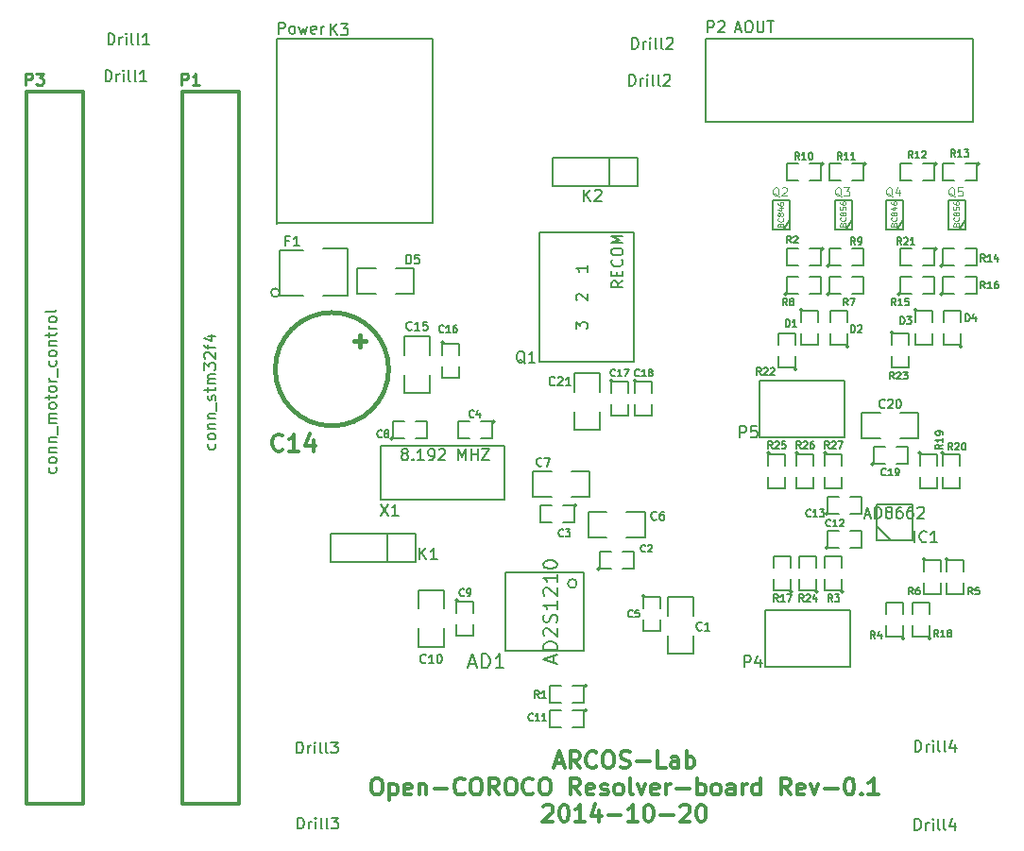
<source format=gto>
G04 (created by PCBNEW (22-Jun-2014 BZR 4027)-stable) date vie 24 oct 2014 08:07:14 CST*
%MOIN*%
G04 Gerber Fmt 3.4, Leading zero omitted, Abs format*
%FSLAX34Y34*%
G01*
G70*
G90*
G04 APERTURE LIST*
%ADD10C,0.00590551*%
%ADD11C,0.011811*%
%ADD12C,0.005*%
%ADD13C,0.008*%
%ADD14C,0.015*%
%ADD15C,0.006*%
%ADD16C,0.00787402*%
%ADD17C,0.012*%
%ADD18C,0.003*%
%ADD19C,0.01*%
%ADD20C,0.0108*%
G04 APERTURE END LIST*
G54D10*
G54D11*
X32871Y-38306D02*
X33152Y-38306D01*
X32815Y-38475D02*
X33011Y-37884D01*
X33208Y-38475D01*
X33743Y-38475D02*
X33546Y-38193D01*
X33405Y-38475D02*
X33405Y-37884D01*
X33630Y-37884D01*
X33686Y-37912D01*
X33715Y-37940D01*
X33743Y-37996D01*
X33743Y-38081D01*
X33715Y-38137D01*
X33686Y-38165D01*
X33630Y-38193D01*
X33405Y-38193D01*
X34333Y-38418D02*
X34305Y-38446D01*
X34221Y-38475D01*
X34164Y-38475D01*
X34080Y-38446D01*
X34024Y-38390D01*
X33996Y-38334D01*
X33968Y-38221D01*
X33968Y-38137D01*
X33996Y-38025D01*
X34024Y-37968D01*
X34080Y-37912D01*
X34164Y-37884D01*
X34221Y-37884D01*
X34305Y-37912D01*
X34333Y-37940D01*
X34699Y-37884D02*
X34811Y-37884D01*
X34867Y-37912D01*
X34924Y-37968D01*
X34952Y-38081D01*
X34952Y-38278D01*
X34924Y-38390D01*
X34867Y-38446D01*
X34811Y-38475D01*
X34699Y-38475D01*
X34643Y-38446D01*
X34586Y-38390D01*
X34558Y-38278D01*
X34558Y-38081D01*
X34586Y-37968D01*
X34643Y-37912D01*
X34699Y-37884D01*
X35177Y-38446D02*
X35261Y-38475D01*
X35402Y-38475D01*
X35458Y-38446D01*
X35486Y-38418D01*
X35514Y-38362D01*
X35514Y-38306D01*
X35486Y-38250D01*
X35458Y-38221D01*
X35402Y-38193D01*
X35289Y-38165D01*
X35233Y-38137D01*
X35205Y-38109D01*
X35177Y-38053D01*
X35177Y-37996D01*
X35205Y-37940D01*
X35233Y-37912D01*
X35289Y-37884D01*
X35430Y-37884D01*
X35514Y-37912D01*
X35767Y-38250D02*
X36217Y-38250D01*
X36780Y-38475D02*
X36499Y-38475D01*
X36499Y-37884D01*
X37230Y-38475D02*
X37230Y-38165D01*
X37202Y-38109D01*
X37145Y-38081D01*
X37033Y-38081D01*
X36977Y-38109D01*
X37230Y-38446D02*
X37173Y-38475D01*
X37033Y-38475D01*
X36977Y-38446D01*
X36948Y-38390D01*
X36948Y-38334D01*
X36977Y-38278D01*
X37033Y-38250D01*
X37173Y-38250D01*
X37230Y-38221D01*
X37511Y-38475D02*
X37511Y-37884D01*
X37511Y-38109D02*
X37567Y-38081D01*
X37680Y-38081D01*
X37736Y-38109D01*
X37764Y-38137D01*
X37792Y-38193D01*
X37792Y-38362D01*
X37764Y-38418D01*
X37736Y-38446D01*
X37680Y-38475D01*
X37567Y-38475D01*
X37511Y-38446D01*
X26529Y-38829D02*
X26642Y-38829D01*
X26698Y-38857D01*
X26754Y-38913D01*
X26783Y-39026D01*
X26783Y-39223D01*
X26754Y-39335D01*
X26698Y-39391D01*
X26642Y-39419D01*
X26529Y-39419D01*
X26473Y-39391D01*
X26417Y-39335D01*
X26389Y-39223D01*
X26389Y-39026D01*
X26417Y-38913D01*
X26473Y-38857D01*
X26529Y-38829D01*
X27036Y-39026D02*
X27036Y-39616D01*
X27036Y-39054D02*
X27092Y-39026D01*
X27204Y-39026D01*
X27261Y-39054D01*
X27289Y-39082D01*
X27317Y-39138D01*
X27317Y-39307D01*
X27289Y-39363D01*
X27261Y-39391D01*
X27204Y-39419D01*
X27092Y-39419D01*
X27036Y-39391D01*
X27795Y-39391D02*
X27739Y-39419D01*
X27626Y-39419D01*
X27570Y-39391D01*
X27542Y-39335D01*
X27542Y-39110D01*
X27570Y-39054D01*
X27626Y-39026D01*
X27739Y-39026D01*
X27795Y-39054D01*
X27823Y-39110D01*
X27823Y-39166D01*
X27542Y-39223D01*
X28076Y-39026D02*
X28076Y-39419D01*
X28076Y-39082D02*
X28104Y-39054D01*
X28161Y-39026D01*
X28245Y-39026D01*
X28301Y-39054D01*
X28329Y-39110D01*
X28329Y-39419D01*
X28610Y-39194D02*
X29060Y-39194D01*
X29679Y-39363D02*
X29651Y-39391D01*
X29567Y-39419D01*
X29510Y-39419D01*
X29426Y-39391D01*
X29370Y-39335D01*
X29342Y-39279D01*
X29314Y-39166D01*
X29314Y-39082D01*
X29342Y-38969D01*
X29370Y-38913D01*
X29426Y-38857D01*
X29510Y-38829D01*
X29567Y-38829D01*
X29651Y-38857D01*
X29679Y-38885D01*
X30045Y-38829D02*
X30157Y-38829D01*
X30213Y-38857D01*
X30270Y-38913D01*
X30298Y-39026D01*
X30298Y-39223D01*
X30270Y-39335D01*
X30213Y-39391D01*
X30157Y-39419D01*
X30045Y-39419D01*
X29988Y-39391D01*
X29932Y-39335D01*
X29904Y-39223D01*
X29904Y-39026D01*
X29932Y-38913D01*
X29988Y-38857D01*
X30045Y-38829D01*
X30888Y-39419D02*
X30691Y-39138D01*
X30551Y-39419D02*
X30551Y-38829D01*
X30776Y-38829D01*
X30832Y-38857D01*
X30860Y-38885D01*
X30888Y-38941D01*
X30888Y-39026D01*
X30860Y-39082D01*
X30832Y-39110D01*
X30776Y-39138D01*
X30551Y-39138D01*
X31254Y-38829D02*
X31366Y-38829D01*
X31423Y-38857D01*
X31479Y-38913D01*
X31507Y-39026D01*
X31507Y-39223D01*
X31479Y-39335D01*
X31423Y-39391D01*
X31366Y-39419D01*
X31254Y-39419D01*
X31198Y-39391D01*
X31141Y-39335D01*
X31113Y-39223D01*
X31113Y-39026D01*
X31141Y-38913D01*
X31198Y-38857D01*
X31254Y-38829D01*
X32098Y-39363D02*
X32069Y-39391D01*
X31985Y-39419D01*
X31929Y-39419D01*
X31844Y-39391D01*
X31788Y-39335D01*
X31760Y-39279D01*
X31732Y-39166D01*
X31732Y-39082D01*
X31760Y-38969D01*
X31788Y-38913D01*
X31844Y-38857D01*
X31929Y-38829D01*
X31985Y-38829D01*
X32069Y-38857D01*
X32098Y-38885D01*
X32463Y-38829D02*
X32576Y-38829D01*
X32632Y-38857D01*
X32688Y-38913D01*
X32716Y-39026D01*
X32716Y-39223D01*
X32688Y-39335D01*
X32632Y-39391D01*
X32576Y-39419D01*
X32463Y-39419D01*
X32407Y-39391D01*
X32351Y-39335D01*
X32323Y-39223D01*
X32323Y-39026D01*
X32351Y-38913D01*
X32407Y-38857D01*
X32463Y-38829D01*
X33757Y-39419D02*
X33560Y-39138D01*
X33419Y-39419D02*
X33419Y-38829D01*
X33644Y-38829D01*
X33700Y-38857D01*
X33729Y-38885D01*
X33757Y-38941D01*
X33757Y-39026D01*
X33729Y-39082D01*
X33700Y-39110D01*
X33644Y-39138D01*
X33419Y-39138D01*
X34235Y-39391D02*
X34179Y-39419D01*
X34066Y-39419D01*
X34010Y-39391D01*
X33982Y-39335D01*
X33982Y-39110D01*
X34010Y-39054D01*
X34066Y-39026D01*
X34179Y-39026D01*
X34235Y-39054D01*
X34263Y-39110D01*
X34263Y-39166D01*
X33982Y-39223D01*
X34488Y-39391D02*
X34544Y-39419D01*
X34657Y-39419D01*
X34713Y-39391D01*
X34741Y-39335D01*
X34741Y-39307D01*
X34713Y-39251D01*
X34657Y-39223D01*
X34572Y-39223D01*
X34516Y-39194D01*
X34488Y-39138D01*
X34488Y-39110D01*
X34516Y-39054D01*
X34572Y-39026D01*
X34657Y-39026D01*
X34713Y-39054D01*
X35078Y-39419D02*
X35022Y-39391D01*
X34994Y-39363D01*
X34966Y-39307D01*
X34966Y-39138D01*
X34994Y-39082D01*
X35022Y-39054D01*
X35078Y-39026D01*
X35163Y-39026D01*
X35219Y-39054D01*
X35247Y-39082D01*
X35275Y-39138D01*
X35275Y-39307D01*
X35247Y-39363D01*
X35219Y-39391D01*
X35163Y-39419D01*
X35078Y-39419D01*
X35613Y-39419D02*
X35556Y-39391D01*
X35528Y-39335D01*
X35528Y-38829D01*
X35781Y-39026D02*
X35922Y-39419D01*
X36063Y-39026D01*
X36513Y-39391D02*
X36456Y-39419D01*
X36344Y-39419D01*
X36288Y-39391D01*
X36260Y-39335D01*
X36260Y-39110D01*
X36288Y-39054D01*
X36344Y-39026D01*
X36456Y-39026D01*
X36513Y-39054D01*
X36541Y-39110D01*
X36541Y-39166D01*
X36260Y-39223D01*
X36794Y-39419D02*
X36794Y-39026D01*
X36794Y-39138D02*
X36822Y-39082D01*
X36850Y-39054D01*
X36906Y-39026D01*
X36963Y-39026D01*
X37159Y-39194D02*
X37609Y-39194D01*
X37891Y-39419D02*
X37891Y-38829D01*
X37891Y-39054D02*
X37947Y-39026D01*
X38059Y-39026D01*
X38116Y-39054D01*
X38144Y-39082D01*
X38172Y-39138D01*
X38172Y-39307D01*
X38144Y-39363D01*
X38116Y-39391D01*
X38059Y-39419D01*
X37947Y-39419D01*
X37891Y-39391D01*
X38509Y-39419D02*
X38453Y-39391D01*
X38425Y-39363D01*
X38397Y-39307D01*
X38397Y-39138D01*
X38425Y-39082D01*
X38453Y-39054D01*
X38509Y-39026D01*
X38594Y-39026D01*
X38650Y-39054D01*
X38678Y-39082D01*
X38706Y-39138D01*
X38706Y-39307D01*
X38678Y-39363D01*
X38650Y-39391D01*
X38594Y-39419D01*
X38509Y-39419D01*
X39212Y-39419D02*
X39212Y-39110D01*
X39184Y-39054D01*
X39128Y-39026D01*
X39015Y-39026D01*
X38959Y-39054D01*
X39212Y-39391D02*
X39156Y-39419D01*
X39015Y-39419D01*
X38959Y-39391D01*
X38931Y-39335D01*
X38931Y-39279D01*
X38959Y-39223D01*
X39015Y-39194D01*
X39156Y-39194D01*
X39212Y-39166D01*
X39493Y-39419D02*
X39493Y-39026D01*
X39493Y-39138D02*
X39522Y-39082D01*
X39550Y-39054D01*
X39606Y-39026D01*
X39662Y-39026D01*
X40112Y-39419D02*
X40112Y-38829D01*
X40112Y-39391D02*
X40056Y-39419D01*
X39943Y-39419D01*
X39887Y-39391D01*
X39859Y-39363D01*
X39831Y-39307D01*
X39831Y-39138D01*
X39859Y-39082D01*
X39887Y-39054D01*
X39943Y-39026D01*
X40056Y-39026D01*
X40112Y-39054D01*
X41181Y-39419D02*
X40984Y-39138D01*
X40843Y-39419D02*
X40843Y-38829D01*
X41068Y-38829D01*
X41125Y-38857D01*
X41153Y-38885D01*
X41181Y-38941D01*
X41181Y-39026D01*
X41153Y-39082D01*
X41125Y-39110D01*
X41068Y-39138D01*
X40843Y-39138D01*
X41659Y-39391D02*
X41603Y-39419D01*
X41490Y-39419D01*
X41434Y-39391D01*
X41406Y-39335D01*
X41406Y-39110D01*
X41434Y-39054D01*
X41490Y-39026D01*
X41603Y-39026D01*
X41659Y-39054D01*
X41687Y-39110D01*
X41687Y-39166D01*
X41406Y-39223D01*
X41884Y-39026D02*
X42024Y-39419D01*
X42165Y-39026D01*
X42390Y-39194D02*
X42840Y-39194D01*
X43234Y-38829D02*
X43290Y-38829D01*
X43346Y-38857D01*
X43374Y-38885D01*
X43402Y-38941D01*
X43430Y-39054D01*
X43430Y-39194D01*
X43402Y-39307D01*
X43374Y-39363D01*
X43346Y-39391D01*
X43290Y-39419D01*
X43234Y-39419D01*
X43177Y-39391D01*
X43149Y-39363D01*
X43121Y-39307D01*
X43093Y-39194D01*
X43093Y-39054D01*
X43121Y-38941D01*
X43149Y-38885D01*
X43177Y-38857D01*
X43234Y-38829D01*
X43684Y-39363D02*
X43712Y-39391D01*
X43684Y-39419D01*
X43655Y-39391D01*
X43684Y-39363D01*
X43684Y-39419D01*
X44274Y-39419D02*
X43937Y-39419D01*
X44105Y-39419D02*
X44105Y-38829D01*
X44049Y-38913D01*
X43993Y-38969D01*
X43937Y-38998D01*
X32463Y-39830D02*
X32491Y-39802D01*
X32547Y-39774D01*
X32688Y-39774D01*
X32744Y-39802D01*
X32772Y-39830D01*
X32801Y-39886D01*
X32801Y-39942D01*
X32772Y-40027D01*
X32435Y-40364D01*
X32801Y-40364D01*
X33166Y-39774D02*
X33222Y-39774D01*
X33279Y-39802D01*
X33307Y-39830D01*
X33335Y-39886D01*
X33363Y-39999D01*
X33363Y-40139D01*
X33335Y-40252D01*
X33307Y-40308D01*
X33279Y-40336D01*
X33222Y-40364D01*
X33166Y-40364D01*
X33110Y-40336D01*
X33082Y-40308D01*
X33054Y-40252D01*
X33026Y-40139D01*
X33026Y-39999D01*
X33054Y-39886D01*
X33082Y-39830D01*
X33110Y-39802D01*
X33166Y-39774D01*
X33925Y-40364D02*
X33588Y-40364D01*
X33757Y-40364D02*
X33757Y-39774D01*
X33700Y-39858D01*
X33644Y-39914D01*
X33588Y-39942D01*
X34432Y-39971D02*
X34432Y-40364D01*
X34291Y-39746D02*
X34150Y-40167D01*
X34516Y-40167D01*
X34741Y-40139D02*
X35191Y-40139D01*
X35781Y-40364D02*
X35444Y-40364D01*
X35613Y-40364D02*
X35613Y-39774D01*
X35556Y-39858D01*
X35500Y-39914D01*
X35444Y-39942D01*
X36147Y-39774D02*
X36203Y-39774D01*
X36260Y-39802D01*
X36288Y-39830D01*
X36316Y-39886D01*
X36344Y-39999D01*
X36344Y-40139D01*
X36316Y-40252D01*
X36288Y-40308D01*
X36260Y-40336D01*
X36203Y-40364D01*
X36147Y-40364D01*
X36091Y-40336D01*
X36063Y-40308D01*
X36035Y-40252D01*
X36006Y-40139D01*
X36006Y-39999D01*
X36035Y-39886D01*
X36063Y-39830D01*
X36091Y-39802D01*
X36147Y-39774D01*
X36597Y-40139D02*
X37047Y-40139D01*
X37300Y-39830D02*
X37328Y-39802D01*
X37384Y-39774D01*
X37525Y-39774D01*
X37581Y-39802D01*
X37609Y-39830D01*
X37637Y-39886D01*
X37637Y-39942D01*
X37609Y-40027D01*
X37272Y-40364D01*
X37637Y-40364D01*
X38003Y-39774D02*
X38059Y-39774D01*
X38116Y-39802D01*
X38144Y-39830D01*
X38172Y-39886D01*
X38200Y-39999D01*
X38200Y-40139D01*
X38172Y-40252D01*
X38144Y-40308D01*
X38116Y-40336D01*
X38059Y-40364D01*
X38003Y-40364D01*
X37947Y-40336D01*
X37919Y-40308D01*
X37891Y-40252D01*
X37862Y-40139D01*
X37862Y-39999D01*
X37891Y-39886D01*
X37919Y-39830D01*
X37947Y-39802D01*
X38003Y-39774D01*
G54D12*
X46150Y-33900D02*
G75*
G03X46150Y-33900I-50J0D01*
G74*
G01*
X46100Y-33450D02*
X46100Y-33850D01*
X46100Y-33850D02*
X45500Y-33850D01*
X45500Y-33850D02*
X45500Y-33450D01*
X45500Y-33050D02*
X45500Y-32650D01*
X45500Y-32650D02*
X46100Y-32650D01*
X46100Y-32650D02*
X46100Y-33050D01*
X46750Y-31100D02*
G75*
G03X46750Y-31100I-50J0D01*
G74*
G01*
X46700Y-31550D02*
X46700Y-31150D01*
X46700Y-31150D02*
X47300Y-31150D01*
X47300Y-31150D02*
X47300Y-31550D01*
X47300Y-31950D02*
X47300Y-32350D01*
X47300Y-32350D02*
X46700Y-32350D01*
X46700Y-32350D02*
X46700Y-31950D01*
X41250Y-32250D02*
G75*
G03X41250Y-32250I-50J0D01*
G74*
G01*
X41200Y-31800D02*
X41200Y-32200D01*
X41200Y-32200D02*
X40600Y-32200D01*
X40600Y-32200D02*
X40600Y-31800D01*
X40600Y-31400D02*
X40600Y-31000D01*
X40600Y-31000D02*
X41200Y-31000D01*
X41200Y-31000D02*
X41200Y-31400D01*
X46600Y-27350D02*
G75*
G03X46600Y-27350I-50J0D01*
G74*
G01*
X46550Y-27800D02*
X46550Y-27400D01*
X46550Y-27400D02*
X47150Y-27400D01*
X47150Y-27400D02*
X47150Y-27800D01*
X47150Y-28200D02*
X47150Y-28600D01*
X47150Y-28600D02*
X46550Y-28600D01*
X46550Y-28600D02*
X46550Y-28200D01*
X45800Y-27350D02*
G75*
G03X45800Y-27350I-50J0D01*
G74*
G01*
X45750Y-27800D02*
X45750Y-27400D01*
X45750Y-27400D02*
X46350Y-27400D01*
X46350Y-27400D02*
X46350Y-27800D01*
X46350Y-28200D02*
X46350Y-28600D01*
X46350Y-28600D02*
X45750Y-28600D01*
X45750Y-28600D02*
X45750Y-28200D01*
X46350Y-20150D02*
G75*
G03X46350Y-20150I-50J0D01*
G74*
G01*
X45850Y-20150D02*
X46250Y-20150D01*
X46250Y-20150D02*
X46250Y-20750D01*
X46250Y-20750D02*
X45850Y-20750D01*
X45450Y-20750D02*
X45050Y-20750D01*
X45050Y-20750D02*
X45050Y-20150D01*
X45050Y-20150D02*
X45450Y-20150D01*
X45050Y-21750D02*
G75*
G03X45050Y-21750I-50J0D01*
G74*
G01*
X45450Y-21750D02*
X45050Y-21750D01*
X45050Y-21750D02*
X45050Y-21150D01*
X45050Y-21150D02*
X45450Y-21150D01*
X45850Y-21150D02*
X46250Y-21150D01*
X46250Y-21150D02*
X46250Y-21750D01*
X46250Y-21750D02*
X45850Y-21750D01*
X45650Y-22300D02*
G75*
G03X45650Y-22300I-50J0D01*
G74*
G01*
X45600Y-22750D02*
X45600Y-22350D01*
X45600Y-22350D02*
X46200Y-22350D01*
X46200Y-22350D02*
X46200Y-22750D01*
X46200Y-23150D02*
X46200Y-23550D01*
X46200Y-23550D02*
X45600Y-23550D01*
X45600Y-23550D02*
X45600Y-23150D01*
X47250Y-23600D02*
G75*
G03X47250Y-23600I-50J0D01*
G74*
G01*
X47200Y-23150D02*
X47200Y-23550D01*
X47200Y-23550D02*
X46600Y-23550D01*
X46600Y-23550D02*
X46600Y-23150D01*
X46600Y-22750D02*
X46600Y-22350D01*
X46600Y-22350D02*
X47200Y-22350D01*
X47200Y-22350D02*
X47200Y-22750D01*
X46550Y-21750D02*
G75*
G03X46550Y-21750I-50J0D01*
G74*
G01*
X46950Y-21750D02*
X46550Y-21750D01*
X46550Y-21750D02*
X46550Y-21150D01*
X46550Y-21150D02*
X46950Y-21150D01*
X47350Y-21150D02*
X47750Y-21150D01*
X47750Y-21150D02*
X47750Y-21750D01*
X47750Y-21750D02*
X47350Y-21750D01*
X46550Y-20750D02*
G75*
G03X46550Y-20750I-50J0D01*
G74*
G01*
X46950Y-20750D02*
X46550Y-20750D01*
X46550Y-20750D02*
X46550Y-20150D01*
X46550Y-20150D02*
X46950Y-20150D01*
X47350Y-20150D02*
X47750Y-20150D01*
X47750Y-20150D02*
X47750Y-20750D01*
X47750Y-20750D02*
X47350Y-20750D01*
X46350Y-17150D02*
G75*
G03X46350Y-17150I-50J0D01*
G74*
G01*
X45850Y-17150D02*
X46250Y-17150D01*
X46250Y-17150D02*
X46250Y-17750D01*
X46250Y-17750D02*
X45850Y-17750D01*
X45450Y-17750D02*
X45050Y-17750D01*
X45050Y-17750D02*
X45050Y-17150D01*
X45050Y-17150D02*
X45450Y-17150D01*
X47850Y-17150D02*
G75*
G03X47850Y-17150I-50J0D01*
G74*
G01*
X47350Y-17150D02*
X47750Y-17150D01*
X47750Y-17150D02*
X47750Y-17750D01*
X47750Y-17750D02*
X47350Y-17750D01*
X46950Y-17750D02*
X46550Y-17750D01*
X46550Y-17750D02*
X46550Y-17150D01*
X46550Y-17150D02*
X46950Y-17150D01*
X42350Y-20150D02*
G75*
G03X42350Y-20150I-50J0D01*
G74*
G01*
X41850Y-20150D02*
X42250Y-20150D01*
X42250Y-20150D02*
X42250Y-20750D01*
X42250Y-20750D02*
X41850Y-20750D01*
X41450Y-20750D02*
X41050Y-20750D01*
X41050Y-20750D02*
X41050Y-20150D01*
X41050Y-20150D02*
X41450Y-20150D01*
X41050Y-21750D02*
G75*
G03X41050Y-21750I-50J0D01*
G74*
G01*
X41450Y-21750D02*
X41050Y-21750D01*
X41050Y-21750D02*
X41050Y-21150D01*
X41050Y-21150D02*
X41450Y-21150D01*
X41850Y-21150D02*
X42250Y-21150D01*
X42250Y-21150D02*
X42250Y-21750D01*
X42250Y-21750D02*
X41850Y-21750D01*
X43250Y-23600D02*
G75*
G03X43250Y-23600I-50J0D01*
G74*
G01*
X43200Y-23150D02*
X43200Y-23550D01*
X43200Y-23550D02*
X42600Y-23550D01*
X42600Y-23550D02*
X42600Y-23150D01*
X42600Y-22750D02*
X42600Y-22350D01*
X42600Y-22350D02*
X43200Y-22350D01*
X43200Y-22350D02*
X43200Y-22750D01*
X42550Y-21750D02*
G75*
G03X42550Y-21750I-50J0D01*
G74*
G01*
X42950Y-21750D02*
X42550Y-21750D01*
X42550Y-21750D02*
X42550Y-21150D01*
X42550Y-21150D02*
X42950Y-21150D01*
X43350Y-21150D02*
X43750Y-21150D01*
X43750Y-21150D02*
X43750Y-21750D01*
X43750Y-21750D02*
X43350Y-21750D01*
X42550Y-20750D02*
G75*
G03X42550Y-20750I-50J0D01*
G74*
G01*
X42950Y-20750D02*
X42550Y-20750D01*
X42550Y-20750D02*
X42550Y-20150D01*
X42550Y-20150D02*
X42950Y-20150D01*
X43350Y-20150D02*
X43750Y-20150D01*
X43750Y-20150D02*
X43750Y-20750D01*
X43750Y-20750D02*
X43350Y-20750D01*
X42350Y-17150D02*
G75*
G03X42350Y-17150I-50J0D01*
G74*
G01*
X41850Y-17150D02*
X42250Y-17150D01*
X42250Y-17150D02*
X42250Y-17750D01*
X42250Y-17750D02*
X41850Y-17750D01*
X41450Y-17750D02*
X41050Y-17750D01*
X41050Y-17750D02*
X41050Y-17150D01*
X41050Y-17150D02*
X41450Y-17150D01*
X43850Y-17150D02*
G75*
G03X43850Y-17150I-50J0D01*
G74*
G01*
X43350Y-17150D02*
X43750Y-17150D01*
X43750Y-17150D02*
X43750Y-17750D01*
X43750Y-17750D02*
X43350Y-17750D01*
X42950Y-17750D02*
X42550Y-17750D01*
X42550Y-17750D02*
X42550Y-17150D01*
X42550Y-17150D02*
X42950Y-17150D01*
X45950Y-31100D02*
G75*
G03X45950Y-31100I-50J0D01*
G74*
G01*
X45900Y-31550D02*
X45900Y-31150D01*
X45900Y-31150D02*
X46500Y-31150D01*
X46500Y-31150D02*
X46500Y-31550D01*
X46500Y-31950D02*
X46500Y-32350D01*
X46500Y-32350D02*
X45900Y-32350D01*
X45900Y-32350D02*
X45900Y-31950D01*
X36050Y-32400D02*
G75*
G03X36050Y-32400I-50J0D01*
G74*
G01*
X36000Y-32850D02*
X36000Y-32450D01*
X36000Y-32450D02*
X36600Y-32450D01*
X36600Y-32450D02*
X36600Y-32850D01*
X36600Y-33250D02*
X36600Y-33650D01*
X36600Y-33650D02*
X36000Y-33650D01*
X36000Y-33650D02*
X36000Y-33250D01*
X34450Y-31450D02*
G75*
G03X34450Y-31450I-50J0D01*
G74*
G01*
X34850Y-31450D02*
X34450Y-31450D01*
X34450Y-31450D02*
X34450Y-30850D01*
X34450Y-30850D02*
X34850Y-30850D01*
X35250Y-30850D02*
X35650Y-30850D01*
X35650Y-30850D02*
X35650Y-31450D01*
X35650Y-31450D02*
X35250Y-31450D01*
X30750Y-26250D02*
G75*
G03X30750Y-26250I-50J0D01*
G74*
G01*
X30250Y-26250D02*
X30650Y-26250D01*
X30650Y-26250D02*
X30650Y-26850D01*
X30650Y-26850D02*
X30250Y-26850D01*
X29850Y-26850D02*
X29450Y-26850D01*
X29450Y-26850D02*
X29450Y-26250D01*
X29450Y-26250D02*
X29850Y-26250D01*
X27150Y-26850D02*
G75*
G03X27150Y-26850I-50J0D01*
G74*
G01*
X27550Y-26850D02*
X27150Y-26850D01*
X27150Y-26850D02*
X27150Y-26250D01*
X27150Y-26250D02*
X27550Y-26250D01*
X27950Y-26250D02*
X28350Y-26250D01*
X28350Y-26250D02*
X28350Y-26850D01*
X28350Y-26850D02*
X27950Y-26850D01*
X29450Y-32550D02*
G75*
G03X29450Y-32550I-50J0D01*
G74*
G01*
X29400Y-33000D02*
X29400Y-32600D01*
X29400Y-32600D02*
X30000Y-32600D01*
X30000Y-32600D02*
X30000Y-33000D01*
X30000Y-33400D02*
X30000Y-33800D01*
X30000Y-33800D02*
X29400Y-33800D01*
X29400Y-33800D02*
X29400Y-33400D01*
X33650Y-29200D02*
G75*
G03X33650Y-29200I-50J0D01*
G74*
G01*
X33150Y-29200D02*
X33550Y-29200D01*
X33550Y-29200D02*
X33550Y-29800D01*
X33550Y-29800D02*
X33150Y-29800D01*
X32750Y-29800D02*
X32350Y-29800D01*
X32350Y-29800D02*
X32350Y-29200D01*
X32350Y-29200D02*
X32750Y-29200D01*
X34000Y-35575D02*
G75*
G03X34000Y-35575I-50J0D01*
G74*
G01*
X33500Y-35575D02*
X33900Y-35575D01*
X33900Y-35575D02*
X33900Y-36175D01*
X33900Y-36175D02*
X33500Y-36175D01*
X33100Y-36175D02*
X32700Y-36175D01*
X32700Y-36175D02*
X32700Y-35575D01*
X32700Y-35575D02*
X33100Y-35575D01*
X34000Y-36425D02*
G75*
G03X34000Y-36425I-50J0D01*
G74*
G01*
X33500Y-36425D02*
X33900Y-36425D01*
X33900Y-36425D02*
X33900Y-37025D01*
X33900Y-37025D02*
X33500Y-37025D01*
X33100Y-37025D02*
X32700Y-37025D01*
X32700Y-37025D02*
X32700Y-36425D01*
X32700Y-36425D02*
X33100Y-36425D01*
X28950Y-23450D02*
G75*
G03X28950Y-23450I-50J0D01*
G74*
G01*
X28900Y-23900D02*
X28900Y-23500D01*
X28900Y-23500D02*
X29500Y-23500D01*
X29500Y-23500D02*
X29500Y-23900D01*
X29500Y-24300D02*
X29500Y-24700D01*
X29500Y-24700D02*
X28900Y-24700D01*
X28900Y-24700D02*
X28900Y-24300D01*
X34900Y-24800D02*
G75*
G03X34900Y-24800I-50J0D01*
G74*
G01*
X34850Y-25250D02*
X34850Y-24850D01*
X34850Y-24850D02*
X35450Y-24850D01*
X35450Y-24850D02*
X35450Y-25250D01*
X35450Y-25650D02*
X35450Y-26050D01*
X35450Y-26050D02*
X34850Y-26050D01*
X34850Y-26050D02*
X34850Y-25650D01*
X35750Y-24800D02*
G75*
G03X35750Y-24800I-50J0D01*
G74*
G01*
X35700Y-25250D02*
X35700Y-24850D01*
X35700Y-24850D02*
X36300Y-24850D01*
X36300Y-24850D02*
X36300Y-25250D01*
X36300Y-25650D02*
X36300Y-26050D01*
X36300Y-26050D02*
X35700Y-26050D01*
X35700Y-26050D02*
X35700Y-25650D01*
X45200Y-33900D02*
G75*
G03X45200Y-33900I-50J0D01*
G74*
G01*
X45150Y-33450D02*
X45150Y-33850D01*
X45150Y-33850D02*
X44550Y-33850D01*
X44550Y-33850D02*
X44550Y-33450D01*
X44550Y-33050D02*
X44550Y-32650D01*
X44550Y-32650D02*
X45150Y-32650D01*
X45150Y-32650D02*
X45150Y-33050D01*
X43050Y-32250D02*
G75*
G03X43050Y-32250I-50J0D01*
G74*
G01*
X43000Y-31800D02*
X43000Y-32200D01*
X43000Y-32200D02*
X42400Y-32200D01*
X42400Y-32200D02*
X42400Y-31800D01*
X42400Y-31400D02*
X42400Y-31000D01*
X42400Y-31000D02*
X43000Y-31000D01*
X43000Y-31000D02*
X43000Y-31400D01*
G54D10*
X32312Y-24153D02*
X35659Y-24153D01*
X32312Y-19586D02*
X35659Y-19586D01*
X35659Y-19586D02*
X35659Y-24153D01*
X32312Y-19586D02*
X32312Y-24153D01*
G54D13*
X44725Y-30425D02*
X44225Y-29950D01*
X44225Y-30425D02*
X45475Y-30425D01*
X45475Y-30425D02*
X45475Y-29175D01*
X45475Y-29175D02*
X44225Y-29175D01*
X44225Y-29175D02*
X44225Y-30425D01*
G54D14*
X26200Y-23400D02*
X25800Y-23400D01*
X26000Y-23200D02*
X26000Y-23600D01*
X27000Y-24400D02*
G75*
G03X27000Y-24400I-2000J0D01*
G74*
G01*
G54D10*
X31085Y-29002D02*
X31085Y-27097D01*
X31085Y-27097D02*
X26714Y-27097D01*
X26714Y-27097D02*
X26714Y-29002D01*
X31085Y-29002D02*
X26714Y-29002D01*
G54D12*
X45150Y-19150D02*
X44950Y-19450D01*
X45150Y-18450D02*
X45150Y-19475D01*
X45150Y-19475D02*
X44550Y-19475D01*
X44550Y-19475D02*
X44550Y-18450D01*
X44550Y-18450D02*
X45150Y-18450D01*
X47350Y-19150D02*
X47150Y-19450D01*
X47350Y-18450D02*
X47350Y-19475D01*
X47350Y-19475D02*
X46750Y-19475D01*
X46750Y-19475D02*
X46750Y-18450D01*
X46750Y-18450D02*
X47350Y-18450D01*
X41150Y-19150D02*
X40950Y-19450D01*
X41150Y-18450D02*
X41150Y-19475D01*
X41150Y-19475D02*
X40550Y-19475D01*
X40550Y-19475D02*
X40550Y-18450D01*
X40550Y-18450D02*
X41150Y-18450D01*
X43350Y-19150D02*
X43150Y-19450D01*
X43350Y-18450D02*
X43350Y-19475D01*
X43350Y-19475D02*
X42750Y-19475D01*
X42750Y-19475D02*
X42750Y-18450D01*
X42750Y-18450D02*
X43350Y-18450D01*
X44125Y-27750D02*
G75*
G03X44125Y-27750I-50J0D01*
G74*
G01*
X44525Y-27750D02*
X44125Y-27750D01*
X44125Y-27750D02*
X44125Y-27150D01*
X44125Y-27150D02*
X44525Y-27150D01*
X44925Y-27150D02*
X45325Y-27150D01*
X45325Y-27150D02*
X45325Y-27750D01*
X45325Y-27750D02*
X44925Y-27750D01*
X41600Y-22300D02*
G75*
G03X41600Y-22300I-50J0D01*
G74*
G01*
X41550Y-22750D02*
X41550Y-22350D01*
X41550Y-22350D02*
X42150Y-22350D01*
X42150Y-22350D02*
X42150Y-22750D01*
X42150Y-23150D02*
X42150Y-23550D01*
X42150Y-23550D02*
X41550Y-23550D01*
X41550Y-23550D02*
X41550Y-23150D01*
G54D15*
X35800Y-16950D02*
X35800Y-17950D01*
X35800Y-17950D02*
X32800Y-17950D01*
X32800Y-17950D02*
X32800Y-16950D01*
X32800Y-16950D02*
X35800Y-16950D01*
X34800Y-17950D02*
X34800Y-16950D01*
X27950Y-30200D02*
X27950Y-31200D01*
X27950Y-31200D02*
X24950Y-31200D01*
X24950Y-31200D02*
X24950Y-30200D01*
X24950Y-30200D02*
X27950Y-30200D01*
X26950Y-31200D02*
X26950Y-30200D01*
G54D12*
X34050Y-29450D02*
X34050Y-30350D01*
X34050Y-30350D02*
X34700Y-30350D01*
X35400Y-29450D02*
X36050Y-29450D01*
X36050Y-29450D02*
X36050Y-30350D01*
X36050Y-30350D02*
X35400Y-30350D01*
X34700Y-29450D02*
X34050Y-29450D01*
X34100Y-28900D02*
X34100Y-28000D01*
X34100Y-28000D02*
X33450Y-28000D01*
X32750Y-28900D02*
X32100Y-28900D01*
X32100Y-28900D02*
X32100Y-28000D01*
X32100Y-28000D02*
X32750Y-28000D01*
X33450Y-28900D02*
X34100Y-28900D01*
X28450Y-23250D02*
X27550Y-23250D01*
X27550Y-23250D02*
X27550Y-23900D01*
X28450Y-24600D02*
X28450Y-25250D01*
X28450Y-25250D02*
X27550Y-25250D01*
X27550Y-25250D02*
X27550Y-24600D01*
X28450Y-23900D02*
X28450Y-23250D01*
X37750Y-32450D02*
X36850Y-32450D01*
X36850Y-32450D02*
X36850Y-33100D01*
X37750Y-33800D02*
X37750Y-34450D01*
X37750Y-34450D02*
X36850Y-34450D01*
X36850Y-34450D02*
X36850Y-33800D01*
X37750Y-33100D02*
X37750Y-32450D01*
X28950Y-32200D02*
X28050Y-32200D01*
X28050Y-32200D02*
X28050Y-32850D01*
X28950Y-33550D02*
X28950Y-34200D01*
X28950Y-34200D02*
X28050Y-34200D01*
X28050Y-34200D02*
X28050Y-33550D01*
X28950Y-32850D02*
X28950Y-32200D01*
X43700Y-25950D02*
X43700Y-26850D01*
X43700Y-26850D02*
X44350Y-26850D01*
X45050Y-25950D02*
X45700Y-25950D01*
X45700Y-25950D02*
X45700Y-26850D01*
X45700Y-26850D02*
X45050Y-26850D01*
X44350Y-25950D02*
X43700Y-25950D01*
X41400Y-24400D02*
G75*
G03X41400Y-24400I-50J0D01*
G74*
G01*
X41350Y-23950D02*
X41350Y-24350D01*
X41350Y-24350D02*
X40750Y-24350D01*
X40750Y-24350D02*
X40750Y-23950D01*
X40750Y-23550D02*
X40750Y-23150D01*
X40750Y-23150D02*
X41350Y-23150D01*
X41350Y-23150D02*
X41350Y-23550D01*
X44800Y-23100D02*
G75*
G03X44800Y-23100I-50J0D01*
G74*
G01*
X44750Y-23550D02*
X44750Y-23150D01*
X44750Y-23150D02*
X45350Y-23150D01*
X45350Y-23150D02*
X45350Y-23550D01*
X45350Y-23950D02*
X45350Y-24350D01*
X45350Y-24350D02*
X44750Y-24350D01*
X44750Y-24350D02*
X44750Y-23950D01*
G54D10*
X38180Y-15656D02*
X38180Y-12743D01*
X47629Y-12743D02*
X47629Y-15656D01*
X47629Y-15656D02*
X38180Y-15656D01*
X47629Y-12743D02*
X38180Y-12743D01*
X27550Y-19250D02*
X28550Y-19250D01*
X28550Y-19250D02*
X28550Y-12750D01*
X28550Y-12750D02*
X23050Y-12750D01*
X23050Y-12750D02*
X23050Y-13750D01*
X23050Y-19250D02*
X24050Y-19250D01*
X23050Y-13750D02*
X23050Y-19261D01*
X24050Y-19250D02*
X27593Y-19250D01*
G54D16*
X31122Y-31572D02*
X31122Y-31572D01*
X33641Y-31965D02*
G75*
G03X33641Y-31965I-157J0D01*
G74*
G01*
X31122Y-31572D02*
X33877Y-31572D01*
X33877Y-31572D02*
X33877Y-31572D01*
X33877Y-31572D02*
X33877Y-34327D01*
X33877Y-34327D02*
X33877Y-34327D01*
X33877Y-34327D02*
X31122Y-34327D01*
X31122Y-34327D02*
X31122Y-34327D01*
X31122Y-34327D02*
X31122Y-31572D01*
G54D12*
X34450Y-24550D02*
X33550Y-24550D01*
X33550Y-24550D02*
X33550Y-25200D01*
X34450Y-25900D02*
X34450Y-26550D01*
X34450Y-26550D02*
X33550Y-26550D01*
X33550Y-26550D02*
X33550Y-25900D01*
X34450Y-25200D02*
X34450Y-24550D01*
X42500Y-30700D02*
G75*
G03X42500Y-30700I-50J0D01*
G74*
G01*
X42900Y-30700D02*
X42500Y-30700D01*
X42500Y-30700D02*
X42500Y-30100D01*
X42500Y-30100D02*
X42900Y-30100D01*
X43300Y-30100D02*
X43700Y-30100D01*
X43700Y-30100D02*
X43700Y-30700D01*
X43700Y-30700D02*
X43300Y-30700D01*
X42500Y-29500D02*
G75*
G03X42500Y-29500I-50J0D01*
G74*
G01*
X42900Y-29500D02*
X42500Y-29500D01*
X42500Y-29500D02*
X42500Y-28900D01*
X42500Y-28900D02*
X42900Y-28900D01*
X43300Y-28900D02*
X43700Y-28900D01*
X43700Y-28900D02*
X43700Y-29500D01*
X43700Y-29500D02*
X43300Y-29500D01*
X42150Y-32250D02*
G75*
G03X42150Y-32250I-50J0D01*
G74*
G01*
X42100Y-31800D02*
X42100Y-32200D01*
X42100Y-32200D02*
X41500Y-32200D01*
X41500Y-32200D02*
X41500Y-31800D01*
X41500Y-31400D02*
X41500Y-31000D01*
X41500Y-31000D02*
X42100Y-31000D01*
X42100Y-31000D02*
X42100Y-31400D01*
X40450Y-27350D02*
G75*
G03X40450Y-27350I-50J0D01*
G74*
G01*
X40400Y-27800D02*
X40400Y-27400D01*
X40400Y-27400D02*
X41000Y-27400D01*
X41000Y-27400D02*
X41000Y-27800D01*
X41000Y-28200D02*
X41000Y-28600D01*
X41000Y-28600D02*
X40400Y-28600D01*
X40400Y-28600D02*
X40400Y-28200D01*
X41450Y-27350D02*
G75*
G03X41450Y-27350I-50J0D01*
G74*
G01*
X41400Y-27800D02*
X41400Y-27400D01*
X41400Y-27400D02*
X42000Y-27400D01*
X42000Y-27400D02*
X42000Y-27800D01*
X42000Y-28200D02*
X42000Y-28600D01*
X42000Y-28600D02*
X41400Y-28600D01*
X41400Y-28600D02*
X41400Y-28200D01*
X42450Y-27350D02*
G75*
G03X42450Y-27350I-50J0D01*
G74*
G01*
X42400Y-27800D02*
X42400Y-27400D01*
X42400Y-27400D02*
X43000Y-27400D01*
X43000Y-27400D02*
X43000Y-27800D01*
X43000Y-28200D02*
X43000Y-28600D01*
X43000Y-28600D02*
X42400Y-28600D01*
X42400Y-28600D02*
X42400Y-28200D01*
G54D13*
X43300Y-34900D02*
X40300Y-34900D01*
X40300Y-32900D02*
X43300Y-32900D01*
X43300Y-32900D02*
X43300Y-34900D01*
X40300Y-34900D02*
X40300Y-32900D01*
X40100Y-24800D02*
X43100Y-24800D01*
X43100Y-26800D02*
X40100Y-26800D01*
X40100Y-26800D02*
X40100Y-24800D01*
X43100Y-24800D02*
X43100Y-26800D01*
G54D12*
X23150Y-21700D02*
G75*
G03X23150Y-21700I-150J0D01*
G74*
G01*
X24000Y-20200D02*
X23150Y-20200D01*
X23150Y-20200D02*
X23150Y-21800D01*
X23150Y-21800D02*
X24000Y-21800D01*
X24700Y-20150D02*
X25550Y-20150D01*
X25550Y-20150D02*
X25550Y-21800D01*
X25550Y-21800D02*
X24700Y-21800D01*
X27900Y-21750D02*
X27900Y-20850D01*
X27900Y-20850D02*
X27250Y-20850D01*
X26550Y-21750D02*
X25900Y-21750D01*
X25900Y-21750D02*
X25900Y-20850D01*
X25900Y-20850D02*
X26550Y-20850D01*
X27250Y-21750D02*
X27900Y-21750D01*
G54D17*
X19708Y-39739D02*
X19708Y-14639D01*
X21708Y-39739D02*
X21708Y-14639D01*
X21708Y-39737D02*
X19708Y-39737D01*
X21708Y-14589D02*
X19708Y-14589D01*
X14208Y-39739D02*
X14208Y-14639D01*
X16208Y-39739D02*
X16208Y-14639D01*
X16208Y-39737D02*
X14208Y-39737D01*
X16208Y-14589D02*
X14208Y-14589D01*
G54D12*
X46389Y-33851D02*
X46305Y-33732D01*
X46246Y-33851D02*
X46246Y-33601D01*
X46341Y-33601D01*
X46365Y-33613D01*
X46377Y-33625D01*
X46389Y-33648D01*
X46389Y-33684D01*
X46377Y-33708D01*
X46365Y-33720D01*
X46341Y-33732D01*
X46246Y-33732D01*
X46627Y-33851D02*
X46484Y-33851D01*
X46555Y-33851D02*
X46555Y-33601D01*
X46532Y-33636D01*
X46508Y-33660D01*
X46484Y-33672D01*
X46770Y-33708D02*
X46746Y-33696D01*
X46734Y-33684D01*
X46722Y-33660D01*
X46722Y-33648D01*
X46734Y-33625D01*
X46746Y-33613D01*
X46770Y-33601D01*
X46817Y-33601D01*
X46841Y-33613D01*
X46853Y-33625D01*
X46865Y-33648D01*
X46865Y-33660D01*
X46853Y-33684D01*
X46841Y-33696D01*
X46817Y-33708D01*
X46770Y-33708D01*
X46746Y-33720D01*
X46734Y-33732D01*
X46722Y-33755D01*
X46722Y-33803D01*
X46734Y-33827D01*
X46746Y-33839D01*
X46770Y-33851D01*
X46817Y-33851D01*
X46841Y-33839D01*
X46853Y-33827D01*
X46865Y-33803D01*
X46865Y-33755D01*
X46853Y-33732D01*
X46841Y-33720D01*
X46817Y-33708D01*
X47608Y-32351D02*
X47525Y-32232D01*
X47465Y-32351D02*
X47465Y-32101D01*
X47560Y-32101D01*
X47584Y-32113D01*
X47596Y-32125D01*
X47608Y-32148D01*
X47608Y-32184D01*
X47596Y-32208D01*
X47584Y-32220D01*
X47560Y-32232D01*
X47465Y-32232D01*
X47834Y-32101D02*
X47715Y-32101D01*
X47703Y-32220D01*
X47715Y-32208D01*
X47739Y-32196D01*
X47798Y-32196D01*
X47822Y-32208D01*
X47834Y-32220D01*
X47846Y-32244D01*
X47846Y-32303D01*
X47834Y-32327D01*
X47822Y-32339D01*
X47798Y-32351D01*
X47739Y-32351D01*
X47715Y-32339D01*
X47703Y-32327D01*
X40739Y-32601D02*
X40655Y-32482D01*
X40596Y-32601D02*
X40596Y-32351D01*
X40691Y-32351D01*
X40715Y-32363D01*
X40727Y-32375D01*
X40739Y-32398D01*
X40739Y-32434D01*
X40727Y-32458D01*
X40715Y-32470D01*
X40691Y-32482D01*
X40596Y-32482D01*
X40977Y-32601D02*
X40834Y-32601D01*
X40905Y-32601D02*
X40905Y-32351D01*
X40882Y-32386D01*
X40858Y-32410D01*
X40834Y-32422D01*
X41060Y-32351D02*
X41227Y-32351D01*
X41120Y-32601D01*
X46889Y-27251D02*
X46805Y-27132D01*
X46746Y-27251D02*
X46746Y-27001D01*
X46841Y-27001D01*
X46865Y-27013D01*
X46877Y-27025D01*
X46889Y-27048D01*
X46889Y-27084D01*
X46877Y-27108D01*
X46865Y-27120D01*
X46841Y-27132D01*
X46746Y-27132D01*
X46984Y-27025D02*
X46996Y-27013D01*
X47020Y-27001D01*
X47079Y-27001D01*
X47103Y-27013D01*
X47115Y-27025D01*
X47127Y-27048D01*
X47127Y-27072D01*
X47115Y-27108D01*
X46972Y-27251D01*
X47127Y-27251D01*
X47282Y-27001D02*
X47305Y-27001D01*
X47329Y-27013D01*
X47341Y-27025D01*
X47353Y-27048D01*
X47365Y-27096D01*
X47365Y-27155D01*
X47353Y-27203D01*
X47341Y-27227D01*
X47329Y-27239D01*
X47305Y-27251D01*
X47282Y-27251D01*
X47258Y-27239D01*
X47246Y-27227D01*
X47234Y-27203D01*
X47222Y-27155D01*
X47222Y-27096D01*
X47234Y-27048D01*
X47246Y-27025D01*
X47258Y-27013D01*
X47282Y-27001D01*
X46551Y-27060D02*
X46432Y-27144D01*
X46551Y-27203D02*
X46301Y-27203D01*
X46301Y-27108D01*
X46313Y-27084D01*
X46325Y-27072D01*
X46348Y-27060D01*
X46384Y-27060D01*
X46408Y-27072D01*
X46420Y-27084D01*
X46432Y-27108D01*
X46432Y-27203D01*
X46551Y-26822D02*
X46551Y-26965D01*
X46551Y-26894D02*
X46301Y-26894D01*
X46336Y-26917D01*
X46360Y-26941D01*
X46372Y-26965D01*
X46551Y-26703D02*
X46551Y-26655D01*
X46539Y-26632D01*
X46527Y-26620D01*
X46491Y-26596D01*
X46444Y-26584D01*
X46348Y-26584D01*
X46325Y-26596D01*
X46313Y-26608D01*
X46301Y-26632D01*
X46301Y-26679D01*
X46313Y-26703D01*
X46325Y-26715D01*
X46348Y-26727D01*
X46408Y-26727D01*
X46432Y-26715D01*
X46444Y-26703D01*
X46455Y-26679D01*
X46455Y-26632D01*
X46444Y-26608D01*
X46432Y-26596D01*
X46408Y-26584D01*
X45089Y-20001D02*
X45005Y-19882D01*
X44946Y-20001D02*
X44946Y-19751D01*
X45041Y-19751D01*
X45065Y-19763D01*
X45077Y-19775D01*
X45089Y-19798D01*
X45089Y-19834D01*
X45077Y-19858D01*
X45065Y-19870D01*
X45041Y-19882D01*
X44946Y-19882D01*
X45184Y-19775D02*
X45196Y-19763D01*
X45220Y-19751D01*
X45279Y-19751D01*
X45303Y-19763D01*
X45315Y-19775D01*
X45327Y-19798D01*
X45327Y-19822D01*
X45315Y-19858D01*
X45172Y-20001D01*
X45327Y-20001D01*
X45565Y-20001D02*
X45422Y-20001D01*
X45494Y-20001D02*
X45494Y-19751D01*
X45470Y-19786D01*
X45446Y-19810D01*
X45422Y-19822D01*
X44889Y-22151D02*
X44805Y-22032D01*
X44746Y-22151D02*
X44746Y-21901D01*
X44841Y-21901D01*
X44865Y-21913D01*
X44877Y-21925D01*
X44889Y-21948D01*
X44889Y-21984D01*
X44877Y-22008D01*
X44865Y-22020D01*
X44841Y-22032D01*
X44746Y-22032D01*
X45127Y-22151D02*
X44984Y-22151D01*
X45055Y-22151D02*
X45055Y-21901D01*
X45032Y-21936D01*
X45008Y-21960D01*
X44984Y-21972D01*
X45353Y-21901D02*
X45234Y-21901D01*
X45222Y-22020D01*
X45234Y-22008D01*
X45258Y-21996D01*
X45317Y-21996D01*
X45341Y-22008D01*
X45353Y-22020D01*
X45365Y-22044D01*
X45365Y-22103D01*
X45353Y-22127D01*
X45341Y-22139D01*
X45317Y-22151D01*
X45258Y-22151D01*
X45234Y-22139D01*
X45222Y-22127D01*
X45065Y-22801D02*
X45065Y-22551D01*
X45125Y-22551D01*
X45160Y-22563D01*
X45184Y-22586D01*
X45196Y-22610D01*
X45208Y-22658D01*
X45208Y-22694D01*
X45196Y-22741D01*
X45184Y-22765D01*
X45160Y-22789D01*
X45125Y-22801D01*
X45065Y-22801D01*
X45291Y-22551D02*
X45446Y-22551D01*
X45363Y-22646D01*
X45398Y-22646D01*
X45422Y-22658D01*
X45434Y-22670D01*
X45446Y-22694D01*
X45446Y-22753D01*
X45434Y-22777D01*
X45422Y-22789D01*
X45398Y-22801D01*
X45327Y-22801D01*
X45303Y-22789D01*
X45291Y-22777D01*
X47365Y-22701D02*
X47365Y-22451D01*
X47425Y-22451D01*
X47460Y-22463D01*
X47484Y-22486D01*
X47496Y-22510D01*
X47508Y-22558D01*
X47508Y-22594D01*
X47496Y-22641D01*
X47484Y-22665D01*
X47460Y-22689D01*
X47425Y-22701D01*
X47365Y-22701D01*
X47722Y-22534D02*
X47722Y-22701D01*
X47663Y-22439D02*
X47603Y-22617D01*
X47758Y-22617D01*
X48039Y-21551D02*
X47955Y-21432D01*
X47896Y-21551D02*
X47896Y-21301D01*
X47991Y-21301D01*
X48015Y-21313D01*
X48027Y-21325D01*
X48039Y-21348D01*
X48039Y-21384D01*
X48027Y-21408D01*
X48015Y-21420D01*
X47991Y-21432D01*
X47896Y-21432D01*
X48277Y-21551D02*
X48134Y-21551D01*
X48205Y-21551D02*
X48205Y-21301D01*
X48182Y-21336D01*
X48158Y-21360D01*
X48134Y-21372D01*
X48491Y-21301D02*
X48444Y-21301D01*
X48420Y-21313D01*
X48408Y-21325D01*
X48384Y-21360D01*
X48372Y-21408D01*
X48372Y-21503D01*
X48384Y-21527D01*
X48396Y-21539D01*
X48420Y-21551D01*
X48467Y-21551D01*
X48491Y-21539D01*
X48503Y-21527D01*
X48515Y-21503D01*
X48515Y-21444D01*
X48503Y-21420D01*
X48491Y-21408D01*
X48467Y-21396D01*
X48420Y-21396D01*
X48396Y-21408D01*
X48384Y-21420D01*
X48372Y-21444D01*
X48039Y-20601D02*
X47955Y-20482D01*
X47896Y-20601D02*
X47896Y-20351D01*
X47991Y-20351D01*
X48015Y-20363D01*
X48027Y-20375D01*
X48039Y-20398D01*
X48039Y-20434D01*
X48027Y-20458D01*
X48015Y-20470D01*
X47991Y-20482D01*
X47896Y-20482D01*
X48277Y-20601D02*
X48134Y-20601D01*
X48205Y-20601D02*
X48205Y-20351D01*
X48182Y-20386D01*
X48158Y-20410D01*
X48134Y-20422D01*
X48491Y-20434D02*
X48491Y-20601D01*
X48432Y-20339D02*
X48372Y-20517D01*
X48527Y-20517D01*
X45489Y-16951D02*
X45405Y-16832D01*
X45346Y-16951D02*
X45346Y-16701D01*
X45441Y-16701D01*
X45465Y-16713D01*
X45477Y-16725D01*
X45489Y-16748D01*
X45489Y-16784D01*
X45477Y-16808D01*
X45465Y-16820D01*
X45441Y-16832D01*
X45346Y-16832D01*
X45727Y-16951D02*
X45584Y-16951D01*
X45655Y-16951D02*
X45655Y-16701D01*
X45632Y-16736D01*
X45608Y-16760D01*
X45584Y-16772D01*
X45822Y-16725D02*
X45834Y-16713D01*
X45858Y-16701D01*
X45917Y-16701D01*
X45941Y-16713D01*
X45953Y-16725D01*
X45965Y-16748D01*
X45965Y-16772D01*
X45953Y-16808D01*
X45810Y-16951D01*
X45965Y-16951D01*
X46989Y-16901D02*
X46905Y-16782D01*
X46846Y-16901D02*
X46846Y-16651D01*
X46941Y-16651D01*
X46965Y-16663D01*
X46977Y-16675D01*
X46989Y-16698D01*
X46989Y-16734D01*
X46977Y-16758D01*
X46965Y-16770D01*
X46941Y-16782D01*
X46846Y-16782D01*
X47227Y-16901D02*
X47084Y-16901D01*
X47155Y-16901D02*
X47155Y-16651D01*
X47132Y-16686D01*
X47108Y-16710D01*
X47084Y-16722D01*
X47310Y-16651D02*
X47465Y-16651D01*
X47382Y-16746D01*
X47417Y-16746D01*
X47441Y-16758D01*
X47453Y-16770D01*
X47465Y-16794D01*
X47465Y-16853D01*
X47453Y-16877D01*
X47441Y-16889D01*
X47417Y-16901D01*
X47346Y-16901D01*
X47322Y-16889D01*
X47310Y-16877D01*
X41208Y-19951D02*
X41125Y-19832D01*
X41065Y-19951D02*
X41065Y-19701D01*
X41160Y-19701D01*
X41184Y-19713D01*
X41196Y-19725D01*
X41208Y-19748D01*
X41208Y-19784D01*
X41196Y-19808D01*
X41184Y-19820D01*
X41160Y-19832D01*
X41065Y-19832D01*
X41303Y-19725D02*
X41315Y-19713D01*
X41339Y-19701D01*
X41398Y-19701D01*
X41422Y-19713D01*
X41434Y-19725D01*
X41446Y-19748D01*
X41446Y-19772D01*
X41434Y-19808D01*
X41291Y-19951D01*
X41446Y-19951D01*
X41058Y-22151D02*
X40975Y-22032D01*
X40915Y-22151D02*
X40915Y-21901D01*
X41010Y-21901D01*
X41034Y-21913D01*
X41046Y-21925D01*
X41058Y-21948D01*
X41058Y-21984D01*
X41046Y-22008D01*
X41034Y-22020D01*
X41010Y-22032D01*
X40915Y-22032D01*
X41201Y-22008D02*
X41177Y-21996D01*
X41165Y-21984D01*
X41153Y-21960D01*
X41153Y-21948D01*
X41165Y-21925D01*
X41177Y-21913D01*
X41201Y-21901D01*
X41248Y-21901D01*
X41272Y-21913D01*
X41284Y-21925D01*
X41296Y-21948D01*
X41296Y-21960D01*
X41284Y-21984D01*
X41272Y-21996D01*
X41248Y-22008D01*
X41201Y-22008D01*
X41177Y-22020D01*
X41165Y-22032D01*
X41153Y-22055D01*
X41153Y-22103D01*
X41165Y-22127D01*
X41177Y-22139D01*
X41201Y-22151D01*
X41248Y-22151D01*
X41272Y-22139D01*
X41284Y-22127D01*
X41296Y-22103D01*
X41296Y-22055D01*
X41284Y-22032D01*
X41272Y-22020D01*
X41248Y-22008D01*
X43315Y-23101D02*
X43315Y-22851D01*
X43375Y-22851D01*
X43410Y-22863D01*
X43434Y-22886D01*
X43446Y-22910D01*
X43458Y-22958D01*
X43458Y-22994D01*
X43446Y-23041D01*
X43434Y-23065D01*
X43410Y-23089D01*
X43375Y-23101D01*
X43315Y-23101D01*
X43553Y-22875D02*
X43565Y-22863D01*
X43589Y-22851D01*
X43648Y-22851D01*
X43672Y-22863D01*
X43684Y-22875D01*
X43696Y-22898D01*
X43696Y-22922D01*
X43684Y-22958D01*
X43541Y-23101D01*
X43696Y-23101D01*
X43208Y-22151D02*
X43125Y-22032D01*
X43065Y-22151D02*
X43065Y-21901D01*
X43160Y-21901D01*
X43184Y-21913D01*
X43196Y-21925D01*
X43208Y-21948D01*
X43208Y-21984D01*
X43196Y-22008D01*
X43184Y-22020D01*
X43160Y-22032D01*
X43065Y-22032D01*
X43291Y-21901D02*
X43458Y-21901D01*
X43351Y-22151D01*
X43458Y-20001D02*
X43375Y-19882D01*
X43315Y-20001D02*
X43315Y-19751D01*
X43410Y-19751D01*
X43434Y-19763D01*
X43446Y-19775D01*
X43458Y-19798D01*
X43458Y-19834D01*
X43446Y-19858D01*
X43434Y-19870D01*
X43410Y-19882D01*
X43315Y-19882D01*
X43577Y-20001D02*
X43625Y-20001D01*
X43648Y-19989D01*
X43660Y-19977D01*
X43684Y-19941D01*
X43696Y-19894D01*
X43696Y-19798D01*
X43684Y-19775D01*
X43672Y-19763D01*
X43648Y-19751D01*
X43601Y-19751D01*
X43577Y-19763D01*
X43565Y-19775D01*
X43553Y-19798D01*
X43553Y-19858D01*
X43565Y-19882D01*
X43577Y-19894D01*
X43601Y-19905D01*
X43648Y-19905D01*
X43672Y-19894D01*
X43684Y-19882D01*
X43696Y-19858D01*
X41489Y-17001D02*
X41405Y-16882D01*
X41346Y-17001D02*
X41346Y-16751D01*
X41441Y-16751D01*
X41465Y-16763D01*
X41477Y-16775D01*
X41489Y-16798D01*
X41489Y-16834D01*
X41477Y-16858D01*
X41465Y-16870D01*
X41441Y-16882D01*
X41346Y-16882D01*
X41727Y-17001D02*
X41584Y-17001D01*
X41655Y-17001D02*
X41655Y-16751D01*
X41632Y-16786D01*
X41608Y-16810D01*
X41584Y-16822D01*
X41882Y-16751D02*
X41905Y-16751D01*
X41929Y-16763D01*
X41941Y-16775D01*
X41953Y-16798D01*
X41965Y-16846D01*
X41965Y-16905D01*
X41953Y-16953D01*
X41941Y-16977D01*
X41929Y-16989D01*
X41905Y-17001D01*
X41882Y-17001D01*
X41858Y-16989D01*
X41846Y-16977D01*
X41834Y-16953D01*
X41822Y-16905D01*
X41822Y-16846D01*
X41834Y-16798D01*
X41846Y-16775D01*
X41858Y-16763D01*
X41882Y-16751D01*
X42989Y-17001D02*
X42905Y-16882D01*
X42846Y-17001D02*
X42846Y-16751D01*
X42941Y-16751D01*
X42965Y-16763D01*
X42977Y-16775D01*
X42989Y-16798D01*
X42989Y-16834D01*
X42977Y-16858D01*
X42965Y-16870D01*
X42941Y-16882D01*
X42846Y-16882D01*
X43227Y-17001D02*
X43084Y-17001D01*
X43155Y-17001D02*
X43155Y-16751D01*
X43132Y-16786D01*
X43108Y-16810D01*
X43084Y-16822D01*
X43465Y-17001D02*
X43322Y-17001D01*
X43394Y-17001D02*
X43394Y-16751D01*
X43370Y-16786D01*
X43346Y-16810D01*
X43322Y-16822D01*
X45508Y-32351D02*
X45425Y-32232D01*
X45365Y-32351D02*
X45365Y-32101D01*
X45460Y-32101D01*
X45484Y-32113D01*
X45496Y-32125D01*
X45508Y-32148D01*
X45508Y-32184D01*
X45496Y-32208D01*
X45484Y-32220D01*
X45460Y-32232D01*
X45365Y-32232D01*
X45722Y-32101D02*
X45675Y-32101D01*
X45651Y-32113D01*
X45639Y-32125D01*
X45615Y-32160D01*
X45603Y-32208D01*
X45603Y-32303D01*
X45615Y-32327D01*
X45627Y-32339D01*
X45651Y-32351D01*
X45698Y-32351D01*
X45722Y-32339D01*
X45734Y-32327D01*
X45746Y-32303D01*
X45746Y-32244D01*
X45734Y-32220D01*
X45722Y-32208D01*
X45698Y-32196D01*
X45651Y-32196D01*
X45627Y-32208D01*
X45615Y-32220D01*
X45603Y-32244D01*
X35608Y-33127D02*
X35596Y-33139D01*
X35560Y-33151D01*
X35536Y-33151D01*
X35501Y-33139D01*
X35477Y-33115D01*
X35465Y-33091D01*
X35453Y-33044D01*
X35453Y-33008D01*
X35465Y-32960D01*
X35477Y-32936D01*
X35501Y-32913D01*
X35536Y-32901D01*
X35560Y-32901D01*
X35596Y-32913D01*
X35608Y-32925D01*
X35834Y-32901D02*
X35715Y-32901D01*
X35703Y-33020D01*
X35715Y-33008D01*
X35739Y-32996D01*
X35798Y-32996D01*
X35822Y-33008D01*
X35834Y-33020D01*
X35846Y-33044D01*
X35846Y-33103D01*
X35834Y-33127D01*
X35822Y-33139D01*
X35798Y-33151D01*
X35739Y-33151D01*
X35715Y-33139D01*
X35703Y-33127D01*
X36058Y-30827D02*
X36046Y-30839D01*
X36010Y-30851D01*
X35986Y-30851D01*
X35951Y-30839D01*
X35927Y-30815D01*
X35915Y-30791D01*
X35903Y-30744D01*
X35903Y-30708D01*
X35915Y-30660D01*
X35927Y-30636D01*
X35951Y-30613D01*
X35986Y-30601D01*
X36010Y-30601D01*
X36046Y-30613D01*
X36058Y-30625D01*
X36153Y-30625D02*
X36165Y-30613D01*
X36189Y-30601D01*
X36248Y-30601D01*
X36272Y-30613D01*
X36284Y-30625D01*
X36296Y-30648D01*
X36296Y-30672D01*
X36284Y-30708D01*
X36141Y-30851D01*
X36296Y-30851D01*
X30008Y-26077D02*
X29996Y-26089D01*
X29960Y-26101D01*
X29936Y-26101D01*
X29901Y-26089D01*
X29877Y-26065D01*
X29865Y-26041D01*
X29853Y-25994D01*
X29853Y-25958D01*
X29865Y-25910D01*
X29877Y-25886D01*
X29901Y-25863D01*
X29936Y-25851D01*
X29960Y-25851D01*
X29996Y-25863D01*
X30008Y-25875D01*
X30222Y-25934D02*
X30222Y-26101D01*
X30163Y-25839D02*
X30103Y-26017D01*
X30258Y-26017D01*
X26758Y-26777D02*
X26746Y-26789D01*
X26710Y-26801D01*
X26686Y-26801D01*
X26651Y-26789D01*
X26627Y-26765D01*
X26615Y-26741D01*
X26603Y-26694D01*
X26603Y-26658D01*
X26615Y-26610D01*
X26627Y-26586D01*
X26651Y-26563D01*
X26686Y-26551D01*
X26710Y-26551D01*
X26746Y-26563D01*
X26758Y-26575D01*
X26901Y-26658D02*
X26877Y-26646D01*
X26865Y-26634D01*
X26853Y-26610D01*
X26853Y-26598D01*
X26865Y-26575D01*
X26877Y-26563D01*
X26901Y-26551D01*
X26948Y-26551D01*
X26972Y-26563D01*
X26984Y-26575D01*
X26996Y-26598D01*
X26996Y-26610D01*
X26984Y-26634D01*
X26972Y-26646D01*
X26948Y-26658D01*
X26901Y-26658D01*
X26877Y-26670D01*
X26865Y-26682D01*
X26853Y-26705D01*
X26853Y-26753D01*
X26865Y-26777D01*
X26877Y-26789D01*
X26901Y-26801D01*
X26948Y-26801D01*
X26972Y-26789D01*
X26984Y-26777D01*
X26996Y-26753D01*
X26996Y-26705D01*
X26984Y-26682D01*
X26972Y-26670D01*
X26948Y-26658D01*
X29658Y-32377D02*
X29646Y-32389D01*
X29610Y-32401D01*
X29586Y-32401D01*
X29551Y-32389D01*
X29527Y-32365D01*
X29515Y-32341D01*
X29503Y-32294D01*
X29503Y-32258D01*
X29515Y-32210D01*
X29527Y-32186D01*
X29551Y-32163D01*
X29586Y-32151D01*
X29610Y-32151D01*
X29646Y-32163D01*
X29658Y-32175D01*
X29777Y-32401D02*
X29825Y-32401D01*
X29848Y-32389D01*
X29860Y-32377D01*
X29884Y-32341D01*
X29896Y-32294D01*
X29896Y-32198D01*
X29884Y-32175D01*
X29872Y-32163D01*
X29848Y-32151D01*
X29801Y-32151D01*
X29777Y-32163D01*
X29765Y-32175D01*
X29753Y-32198D01*
X29753Y-32258D01*
X29765Y-32282D01*
X29777Y-32294D01*
X29801Y-32305D01*
X29848Y-32305D01*
X29872Y-32294D01*
X29884Y-32282D01*
X29896Y-32258D01*
X33158Y-30277D02*
X33146Y-30289D01*
X33110Y-30301D01*
X33086Y-30301D01*
X33051Y-30289D01*
X33027Y-30265D01*
X33015Y-30241D01*
X33003Y-30194D01*
X33003Y-30158D01*
X33015Y-30110D01*
X33027Y-30086D01*
X33051Y-30063D01*
X33086Y-30051D01*
X33110Y-30051D01*
X33146Y-30063D01*
X33158Y-30075D01*
X33241Y-30051D02*
X33396Y-30051D01*
X33313Y-30146D01*
X33348Y-30146D01*
X33372Y-30158D01*
X33384Y-30170D01*
X33396Y-30194D01*
X33396Y-30253D01*
X33384Y-30277D01*
X33372Y-30289D01*
X33348Y-30301D01*
X33277Y-30301D01*
X33253Y-30289D01*
X33241Y-30277D01*
X32308Y-36001D02*
X32225Y-35882D01*
X32165Y-36001D02*
X32165Y-35751D01*
X32260Y-35751D01*
X32284Y-35763D01*
X32296Y-35775D01*
X32308Y-35798D01*
X32308Y-35834D01*
X32296Y-35858D01*
X32284Y-35870D01*
X32260Y-35882D01*
X32165Y-35882D01*
X32546Y-36001D02*
X32403Y-36001D01*
X32475Y-36001D02*
X32475Y-35751D01*
X32451Y-35786D01*
X32427Y-35810D01*
X32403Y-35822D01*
X32089Y-36777D02*
X32077Y-36789D01*
X32041Y-36801D01*
X32017Y-36801D01*
X31982Y-36789D01*
X31958Y-36765D01*
X31946Y-36741D01*
X31934Y-36694D01*
X31934Y-36658D01*
X31946Y-36610D01*
X31958Y-36586D01*
X31982Y-36563D01*
X32017Y-36551D01*
X32041Y-36551D01*
X32077Y-36563D01*
X32089Y-36575D01*
X32327Y-36801D02*
X32184Y-36801D01*
X32255Y-36801D02*
X32255Y-36551D01*
X32232Y-36586D01*
X32208Y-36610D01*
X32184Y-36622D01*
X32565Y-36801D02*
X32422Y-36801D01*
X32494Y-36801D02*
X32494Y-36551D01*
X32470Y-36586D01*
X32446Y-36610D01*
X32422Y-36622D01*
X28939Y-23077D02*
X28927Y-23089D01*
X28891Y-23101D01*
X28867Y-23101D01*
X28832Y-23089D01*
X28808Y-23065D01*
X28796Y-23041D01*
X28784Y-22994D01*
X28784Y-22958D01*
X28796Y-22910D01*
X28808Y-22886D01*
X28832Y-22863D01*
X28867Y-22851D01*
X28891Y-22851D01*
X28927Y-22863D01*
X28939Y-22875D01*
X29177Y-23101D02*
X29034Y-23101D01*
X29105Y-23101D02*
X29105Y-22851D01*
X29082Y-22886D01*
X29058Y-22910D01*
X29034Y-22922D01*
X29391Y-22851D02*
X29344Y-22851D01*
X29320Y-22863D01*
X29308Y-22875D01*
X29284Y-22910D01*
X29272Y-22958D01*
X29272Y-23053D01*
X29284Y-23077D01*
X29296Y-23089D01*
X29320Y-23101D01*
X29367Y-23101D01*
X29391Y-23089D01*
X29403Y-23077D01*
X29415Y-23053D01*
X29415Y-22994D01*
X29403Y-22970D01*
X29391Y-22958D01*
X29367Y-22946D01*
X29320Y-22946D01*
X29296Y-22958D01*
X29284Y-22970D01*
X29272Y-22994D01*
X34989Y-24627D02*
X34977Y-24639D01*
X34941Y-24651D01*
X34917Y-24651D01*
X34882Y-24639D01*
X34858Y-24615D01*
X34846Y-24591D01*
X34834Y-24544D01*
X34834Y-24508D01*
X34846Y-24460D01*
X34858Y-24436D01*
X34882Y-24413D01*
X34917Y-24401D01*
X34941Y-24401D01*
X34977Y-24413D01*
X34989Y-24425D01*
X35227Y-24651D02*
X35084Y-24651D01*
X35155Y-24651D02*
X35155Y-24401D01*
X35132Y-24436D01*
X35108Y-24460D01*
X35084Y-24472D01*
X35310Y-24401D02*
X35477Y-24401D01*
X35370Y-24651D01*
X35839Y-24627D02*
X35827Y-24639D01*
X35791Y-24651D01*
X35767Y-24651D01*
X35732Y-24639D01*
X35708Y-24615D01*
X35696Y-24591D01*
X35684Y-24544D01*
X35684Y-24508D01*
X35696Y-24460D01*
X35708Y-24436D01*
X35732Y-24413D01*
X35767Y-24401D01*
X35791Y-24401D01*
X35827Y-24413D01*
X35839Y-24425D01*
X36077Y-24651D02*
X35934Y-24651D01*
X36005Y-24651D02*
X36005Y-24401D01*
X35982Y-24436D01*
X35958Y-24460D01*
X35934Y-24472D01*
X36220Y-24508D02*
X36196Y-24496D01*
X36184Y-24484D01*
X36172Y-24460D01*
X36172Y-24448D01*
X36184Y-24425D01*
X36196Y-24413D01*
X36220Y-24401D01*
X36267Y-24401D01*
X36291Y-24413D01*
X36303Y-24425D01*
X36315Y-24448D01*
X36315Y-24460D01*
X36303Y-24484D01*
X36291Y-24496D01*
X36267Y-24508D01*
X36220Y-24508D01*
X36196Y-24520D01*
X36184Y-24532D01*
X36172Y-24555D01*
X36172Y-24603D01*
X36184Y-24627D01*
X36196Y-24639D01*
X36220Y-24651D01*
X36267Y-24651D01*
X36291Y-24639D01*
X36303Y-24627D01*
X36315Y-24603D01*
X36315Y-24555D01*
X36303Y-24532D01*
X36291Y-24520D01*
X36267Y-24508D01*
X44158Y-33901D02*
X44075Y-33782D01*
X44015Y-33901D02*
X44015Y-33651D01*
X44110Y-33651D01*
X44134Y-33663D01*
X44146Y-33675D01*
X44158Y-33698D01*
X44158Y-33734D01*
X44146Y-33758D01*
X44134Y-33770D01*
X44110Y-33782D01*
X44015Y-33782D01*
X44372Y-33734D02*
X44372Y-33901D01*
X44313Y-33639D02*
X44253Y-33817D01*
X44408Y-33817D01*
X42658Y-32601D02*
X42575Y-32482D01*
X42515Y-32601D02*
X42515Y-32351D01*
X42610Y-32351D01*
X42634Y-32363D01*
X42646Y-32375D01*
X42658Y-32398D01*
X42658Y-32434D01*
X42646Y-32458D01*
X42634Y-32470D01*
X42610Y-32482D01*
X42515Y-32482D01*
X42741Y-32351D02*
X42896Y-32351D01*
X42813Y-32446D01*
X42848Y-32446D01*
X42872Y-32458D01*
X42884Y-32470D01*
X42896Y-32494D01*
X42896Y-32553D01*
X42884Y-32577D01*
X42872Y-32589D01*
X42848Y-32601D01*
X42777Y-32601D01*
X42753Y-32589D01*
X42741Y-32577D01*
G54D10*
X31812Y-24196D02*
X31775Y-24178D01*
X31737Y-24140D01*
X31681Y-24084D01*
X31643Y-24065D01*
X31606Y-24065D01*
X31625Y-24159D02*
X31587Y-24140D01*
X31550Y-24103D01*
X31531Y-24028D01*
X31531Y-23896D01*
X31550Y-23821D01*
X31587Y-23784D01*
X31625Y-23765D01*
X31700Y-23765D01*
X31737Y-23784D01*
X31775Y-23821D01*
X31793Y-23896D01*
X31793Y-24028D01*
X31775Y-24103D01*
X31737Y-24140D01*
X31700Y-24159D01*
X31625Y-24159D01*
X32168Y-24159D02*
X31943Y-24159D01*
X32056Y-24159D02*
X32056Y-23765D01*
X32018Y-23821D01*
X31981Y-23859D01*
X31943Y-23878D01*
X35259Y-21284D02*
X35071Y-21415D01*
X35259Y-21509D02*
X34865Y-21509D01*
X34865Y-21359D01*
X34884Y-21321D01*
X34903Y-21303D01*
X34940Y-21284D01*
X34996Y-21284D01*
X35034Y-21303D01*
X35053Y-21321D01*
X35071Y-21359D01*
X35071Y-21509D01*
X35053Y-21115D02*
X35053Y-20984D01*
X35259Y-20928D02*
X35259Y-21115D01*
X34865Y-21115D01*
X34865Y-20928D01*
X35221Y-20534D02*
X35240Y-20553D01*
X35259Y-20609D01*
X35259Y-20646D01*
X35240Y-20703D01*
X35203Y-20740D01*
X35165Y-20759D01*
X35090Y-20778D01*
X35034Y-20778D01*
X34959Y-20759D01*
X34921Y-20740D01*
X34884Y-20703D01*
X34865Y-20646D01*
X34865Y-20609D01*
X34884Y-20553D01*
X34903Y-20534D01*
X34865Y-20290D02*
X34865Y-20215D01*
X34884Y-20178D01*
X34921Y-20140D01*
X34996Y-20121D01*
X35128Y-20121D01*
X35203Y-20140D01*
X35240Y-20178D01*
X35259Y-20215D01*
X35259Y-20290D01*
X35240Y-20328D01*
X35203Y-20365D01*
X35128Y-20384D01*
X34996Y-20384D01*
X34921Y-20365D01*
X34884Y-20328D01*
X34865Y-20290D01*
X35259Y-19953D02*
X34865Y-19953D01*
X35146Y-19821D01*
X34865Y-19690D01*
X35259Y-19690D01*
X33653Y-21962D02*
X33634Y-21943D01*
X33615Y-21906D01*
X33615Y-21812D01*
X33634Y-21775D01*
X33653Y-21756D01*
X33690Y-21737D01*
X33728Y-21737D01*
X33784Y-21756D01*
X34009Y-21981D01*
X34009Y-21737D01*
X33615Y-22981D02*
X33615Y-22737D01*
X33765Y-22868D01*
X33765Y-22812D01*
X33784Y-22775D01*
X33803Y-22756D01*
X33840Y-22737D01*
X33934Y-22737D01*
X33971Y-22756D01*
X33990Y-22775D01*
X34009Y-22812D01*
X34009Y-22924D01*
X33990Y-22962D01*
X33971Y-22981D01*
X34009Y-20737D02*
X34009Y-20962D01*
X34009Y-20850D02*
X33615Y-20850D01*
X33671Y-20887D01*
X33709Y-20924D01*
X33728Y-20962D01*
G54D15*
X45565Y-30509D02*
X45565Y-30115D01*
X45978Y-30471D02*
X45959Y-30490D01*
X45903Y-30509D01*
X45865Y-30509D01*
X45809Y-30490D01*
X45771Y-30453D01*
X45753Y-30415D01*
X45734Y-30340D01*
X45734Y-30284D01*
X45753Y-30209D01*
X45771Y-30171D01*
X45809Y-30134D01*
X45865Y-30115D01*
X45903Y-30115D01*
X45959Y-30134D01*
X45978Y-30153D01*
X46353Y-30509D02*
X46128Y-30509D01*
X46240Y-30509D02*
X46240Y-30115D01*
X46203Y-30171D01*
X46165Y-30209D01*
X46128Y-30228D01*
G54D12*
X43808Y-29546D02*
X43996Y-29546D01*
X43771Y-29659D02*
X43902Y-29265D01*
X44033Y-29659D01*
X44165Y-29659D02*
X44165Y-29265D01*
X44258Y-29265D01*
X44315Y-29284D01*
X44352Y-29321D01*
X44371Y-29359D01*
X44390Y-29434D01*
X44390Y-29490D01*
X44371Y-29565D01*
X44352Y-29603D01*
X44315Y-29640D01*
X44258Y-29659D01*
X44165Y-29659D01*
X44615Y-29434D02*
X44577Y-29415D01*
X44559Y-29396D01*
X44540Y-29359D01*
X44540Y-29340D01*
X44559Y-29303D01*
X44577Y-29284D01*
X44615Y-29265D01*
X44690Y-29265D01*
X44728Y-29284D01*
X44746Y-29303D01*
X44765Y-29340D01*
X44765Y-29359D01*
X44746Y-29396D01*
X44728Y-29415D01*
X44690Y-29434D01*
X44615Y-29434D01*
X44577Y-29453D01*
X44559Y-29471D01*
X44540Y-29509D01*
X44540Y-29584D01*
X44559Y-29621D01*
X44577Y-29640D01*
X44615Y-29659D01*
X44690Y-29659D01*
X44728Y-29640D01*
X44746Y-29621D01*
X44765Y-29584D01*
X44765Y-29509D01*
X44746Y-29471D01*
X44728Y-29453D01*
X44690Y-29434D01*
X45103Y-29265D02*
X45028Y-29265D01*
X44990Y-29284D01*
X44971Y-29303D01*
X44934Y-29359D01*
X44915Y-29434D01*
X44915Y-29584D01*
X44934Y-29621D01*
X44953Y-29640D01*
X44990Y-29659D01*
X45065Y-29659D01*
X45103Y-29640D01*
X45122Y-29621D01*
X45140Y-29584D01*
X45140Y-29490D01*
X45122Y-29453D01*
X45103Y-29434D01*
X45065Y-29415D01*
X44990Y-29415D01*
X44953Y-29434D01*
X44934Y-29453D01*
X44915Y-29490D01*
X45478Y-29265D02*
X45403Y-29265D01*
X45365Y-29284D01*
X45347Y-29303D01*
X45309Y-29359D01*
X45290Y-29434D01*
X45290Y-29584D01*
X45309Y-29621D01*
X45328Y-29640D01*
X45365Y-29659D01*
X45441Y-29659D01*
X45478Y-29640D01*
X45497Y-29621D01*
X45516Y-29584D01*
X45516Y-29490D01*
X45497Y-29453D01*
X45478Y-29434D01*
X45441Y-29415D01*
X45365Y-29415D01*
X45328Y-29434D01*
X45309Y-29453D01*
X45290Y-29490D01*
X45666Y-29303D02*
X45684Y-29284D01*
X45722Y-29265D01*
X45816Y-29265D01*
X45853Y-29284D01*
X45872Y-29303D01*
X45891Y-29340D01*
X45891Y-29378D01*
X45872Y-29434D01*
X45647Y-29659D01*
X45891Y-29659D01*
G54D17*
X23264Y-27235D02*
X23235Y-27264D01*
X23150Y-27292D01*
X23092Y-27292D01*
X23007Y-27264D01*
X22950Y-27207D01*
X22921Y-27150D01*
X22892Y-27035D01*
X22892Y-26950D01*
X22921Y-26835D01*
X22950Y-26778D01*
X23007Y-26721D01*
X23092Y-26692D01*
X23150Y-26692D01*
X23235Y-26721D01*
X23264Y-26750D01*
X23835Y-27292D02*
X23492Y-27292D01*
X23664Y-27292D02*
X23664Y-26692D01*
X23607Y-26778D01*
X23550Y-26835D01*
X23492Y-26864D01*
X24350Y-26892D02*
X24350Y-27292D01*
X24207Y-26664D02*
X24064Y-27092D01*
X24435Y-27092D01*
G54D10*
X26731Y-29165D02*
X26993Y-29559D01*
X26993Y-29165D02*
X26731Y-29559D01*
X27349Y-29559D02*
X27124Y-29559D01*
X27237Y-29559D02*
X27237Y-29165D01*
X27199Y-29221D01*
X27162Y-29259D01*
X27124Y-29278D01*
X27537Y-27384D02*
X27500Y-27365D01*
X27481Y-27346D01*
X27462Y-27309D01*
X27462Y-27290D01*
X27481Y-27253D01*
X27500Y-27234D01*
X27537Y-27215D01*
X27612Y-27215D01*
X27650Y-27234D01*
X27668Y-27253D01*
X27687Y-27290D01*
X27687Y-27309D01*
X27668Y-27346D01*
X27650Y-27365D01*
X27612Y-27384D01*
X27537Y-27384D01*
X27500Y-27403D01*
X27481Y-27421D01*
X27462Y-27459D01*
X27462Y-27534D01*
X27481Y-27571D01*
X27500Y-27590D01*
X27537Y-27609D01*
X27612Y-27609D01*
X27650Y-27590D01*
X27668Y-27571D01*
X27687Y-27534D01*
X27687Y-27459D01*
X27668Y-27421D01*
X27650Y-27403D01*
X27612Y-27384D01*
X27856Y-27571D02*
X27875Y-27590D01*
X27856Y-27609D01*
X27837Y-27590D01*
X27856Y-27571D01*
X27856Y-27609D01*
X28250Y-27609D02*
X28025Y-27609D01*
X28137Y-27609D02*
X28137Y-27215D01*
X28100Y-27271D01*
X28062Y-27309D01*
X28025Y-27328D01*
X28437Y-27609D02*
X28512Y-27609D01*
X28550Y-27590D01*
X28568Y-27571D01*
X28606Y-27515D01*
X28625Y-27440D01*
X28625Y-27290D01*
X28606Y-27253D01*
X28587Y-27234D01*
X28550Y-27215D01*
X28475Y-27215D01*
X28437Y-27234D01*
X28418Y-27253D01*
X28400Y-27290D01*
X28400Y-27384D01*
X28418Y-27421D01*
X28437Y-27440D01*
X28475Y-27459D01*
X28550Y-27459D01*
X28587Y-27440D01*
X28606Y-27421D01*
X28625Y-27384D01*
X28775Y-27253D02*
X28793Y-27234D01*
X28831Y-27215D01*
X28925Y-27215D01*
X28962Y-27234D01*
X28981Y-27253D01*
X29000Y-27290D01*
X29000Y-27328D01*
X28981Y-27384D01*
X28756Y-27609D01*
X29000Y-27609D01*
X29468Y-27609D02*
X29468Y-27215D01*
X29599Y-27496D01*
X29731Y-27215D01*
X29731Y-27609D01*
X29918Y-27609D02*
X29918Y-27215D01*
X29918Y-27403D02*
X30143Y-27403D01*
X30143Y-27609D02*
X30143Y-27215D01*
X30293Y-27215D02*
X30556Y-27215D01*
X30293Y-27609D01*
X30556Y-27609D01*
G54D18*
X44782Y-18313D02*
X44753Y-18298D01*
X44725Y-18270D01*
X44682Y-18227D01*
X44653Y-18213D01*
X44625Y-18213D01*
X44639Y-18284D02*
X44611Y-18270D01*
X44582Y-18241D01*
X44568Y-18184D01*
X44568Y-18084D01*
X44582Y-18027D01*
X44611Y-17998D01*
X44639Y-17984D01*
X44696Y-17984D01*
X44725Y-17998D01*
X44753Y-18027D01*
X44768Y-18084D01*
X44768Y-18184D01*
X44753Y-18241D01*
X44725Y-18270D01*
X44696Y-18284D01*
X44639Y-18284D01*
X45025Y-18084D02*
X45025Y-18284D01*
X44953Y-17970D02*
X44882Y-18184D01*
X45068Y-18184D01*
X44826Y-19290D02*
X44835Y-19262D01*
X44845Y-19253D01*
X44864Y-19243D01*
X44892Y-19243D01*
X44910Y-19253D01*
X44920Y-19262D01*
X44929Y-19281D01*
X44929Y-19356D01*
X44732Y-19356D01*
X44732Y-19290D01*
X44742Y-19272D01*
X44751Y-19262D01*
X44770Y-19253D01*
X44789Y-19253D01*
X44807Y-19262D01*
X44817Y-19272D01*
X44826Y-19290D01*
X44826Y-19356D01*
X44910Y-19046D02*
X44920Y-19056D01*
X44929Y-19084D01*
X44929Y-19103D01*
X44920Y-19131D01*
X44901Y-19150D01*
X44882Y-19159D01*
X44845Y-19168D01*
X44817Y-19168D01*
X44779Y-19159D01*
X44760Y-19150D01*
X44742Y-19131D01*
X44732Y-19103D01*
X44732Y-19084D01*
X44742Y-19056D01*
X44751Y-19046D01*
X44817Y-18934D02*
X44807Y-18953D01*
X44798Y-18962D01*
X44779Y-18971D01*
X44770Y-18971D01*
X44751Y-18962D01*
X44742Y-18953D01*
X44732Y-18934D01*
X44732Y-18896D01*
X44742Y-18878D01*
X44751Y-18868D01*
X44770Y-18859D01*
X44779Y-18859D01*
X44798Y-18868D01*
X44807Y-18878D01*
X44817Y-18896D01*
X44817Y-18934D01*
X44826Y-18953D01*
X44835Y-18962D01*
X44854Y-18971D01*
X44892Y-18971D01*
X44910Y-18962D01*
X44920Y-18953D01*
X44929Y-18934D01*
X44929Y-18896D01*
X44920Y-18878D01*
X44910Y-18868D01*
X44892Y-18859D01*
X44854Y-18859D01*
X44835Y-18868D01*
X44826Y-18878D01*
X44817Y-18896D01*
X44798Y-18690D02*
X44929Y-18690D01*
X44723Y-18737D02*
X44864Y-18784D01*
X44864Y-18662D01*
X44732Y-18502D02*
X44732Y-18540D01*
X44742Y-18559D01*
X44751Y-18568D01*
X44779Y-18587D01*
X44817Y-18596D01*
X44892Y-18596D01*
X44910Y-18587D01*
X44920Y-18577D01*
X44929Y-18559D01*
X44929Y-18521D01*
X44920Y-18502D01*
X44910Y-18493D01*
X44892Y-18484D01*
X44845Y-18484D01*
X44826Y-18493D01*
X44817Y-18502D01*
X44807Y-18521D01*
X44807Y-18559D01*
X44817Y-18577D01*
X44826Y-18587D01*
X44845Y-18596D01*
X46982Y-18313D02*
X46953Y-18298D01*
X46925Y-18270D01*
X46882Y-18227D01*
X46853Y-18213D01*
X46825Y-18213D01*
X46839Y-18284D02*
X46811Y-18270D01*
X46782Y-18241D01*
X46768Y-18184D01*
X46768Y-18084D01*
X46782Y-18027D01*
X46811Y-17998D01*
X46839Y-17984D01*
X46896Y-17984D01*
X46925Y-17998D01*
X46953Y-18027D01*
X46968Y-18084D01*
X46968Y-18184D01*
X46953Y-18241D01*
X46925Y-18270D01*
X46896Y-18284D01*
X46839Y-18284D01*
X47239Y-17984D02*
X47096Y-17984D01*
X47082Y-18127D01*
X47096Y-18113D01*
X47125Y-18098D01*
X47196Y-18098D01*
X47225Y-18113D01*
X47239Y-18127D01*
X47253Y-18155D01*
X47253Y-18227D01*
X47239Y-18255D01*
X47225Y-18270D01*
X47196Y-18284D01*
X47125Y-18284D01*
X47096Y-18270D01*
X47082Y-18255D01*
X47026Y-19290D02*
X47035Y-19262D01*
X47045Y-19253D01*
X47064Y-19243D01*
X47092Y-19243D01*
X47110Y-19253D01*
X47120Y-19262D01*
X47129Y-19281D01*
X47129Y-19356D01*
X46932Y-19356D01*
X46932Y-19290D01*
X46942Y-19272D01*
X46951Y-19262D01*
X46970Y-19253D01*
X46989Y-19253D01*
X47007Y-19262D01*
X47017Y-19272D01*
X47026Y-19290D01*
X47026Y-19356D01*
X47110Y-19046D02*
X47120Y-19056D01*
X47129Y-19084D01*
X47129Y-19103D01*
X47120Y-19131D01*
X47101Y-19150D01*
X47082Y-19159D01*
X47045Y-19168D01*
X47017Y-19168D01*
X46979Y-19159D01*
X46960Y-19150D01*
X46942Y-19131D01*
X46932Y-19103D01*
X46932Y-19084D01*
X46942Y-19056D01*
X46951Y-19046D01*
X47017Y-18934D02*
X47007Y-18953D01*
X46998Y-18962D01*
X46979Y-18971D01*
X46970Y-18971D01*
X46951Y-18962D01*
X46942Y-18953D01*
X46932Y-18934D01*
X46932Y-18896D01*
X46942Y-18878D01*
X46951Y-18868D01*
X46970Y-18859D01*
X46979Y-18859D01*
X46998Y-18868D01*
X47007Y-18878D01*
X47017Y-18896D01*
X47017Y-18934D01*
X47026Y-18953D01*
X47035Y-18962D01*
X47054Y-18971D01*
X47092Y-18971D01*
X47110Y-18962D01*
X47120Y-18953D01*
X47129Y-18934D01*
X47129Y-18896D01*
X47120Y-18878D01*
X47110Y-18868D01*
X47092Y-18859D01*
X47054Y-18859D01*
X47035Y-18868D01*
X47026Y-18878D01*
X47017Y-18896D01*
X46932Y-18681D02*
X46932Y-18774D01*
X47026Y-18784D01*
X47017Y-18774D01*
X47007Y-18756D01*
X47007Y-18709D01*
X47017Y-18690D01*
X47026Y-18681D01*
X47045Y-18671D01*
X47092Y-18671D01*
X47110Y-18681D01*
X47120Y-18690D01*
X47129Y-18709D01*
X47129Y-18756D01*
X47120Y-18774D01*
X47110Y-18784D01*
X46932Y-18502D02*
X46932Y-18540D01*
X46942Y-18559D01*
X46951Y-18568D01*
X46979Y-18587D01*
X47017Y-18596D01*
X47092Y-18596D01*
X47110Y-18587D01*
X47120Y-18577D01*
X47129Y-18559D01*
X47129Y-18521D01*
X47120Y-18502D01*
X47110Y-18493D01*
X47092Y-18484D01*
X47045Y-18484D01*
X47026Y-18493D01*
X47017Y-18502D01*
X47007Y-18521D01*
X47007Y-18559D01*
X47017Y-18577D01*
X47026Y-18587D01*
X47045Y-18596D01*
X40782Y-18313D02*
X40753Y-18298D01*
X40725Y-18270D01*
X40682Y-18227D01*
X40653Y-18213D01*
X40625Y-18213D01*
X40639Y-18284D02*
X40611Y-18270D01*
X40582Y-18241D01*
X40568Y-18184D01*
X40568Y-18084D01*
X40582Y-18027D01*
X40611Y-17998D01*
X40639Y-17984D01*
X40696Y-17984D01*
X40725Y-17998D01*
X40753Y-18027D01*
X40768Y-18084D01*
X40768Y-18184D01*
X40753Y-18241D01*
X40725Y-18270D01*
X40696Y-18284D01*
X40639Y-18284D01*
X40882Y-18013D02*
X40896Y-17998D01*
X40925Y-17984D01*
X40996Y-17984D01*
X41025Y-17998D01*
X41039Y-18013D01*
X41053Y-18041D01*
X41053Y-18070D01*
X41039Y-18113D01*
X40868Y-18284D01*
X41053Y-18284D01*
X40826Y-19315D02*
X40835Y-19287D01*
X40845Y-19278D01*
X40864Y-19268D01*
X40892Y-19268D01*
X40910Y-19278D01*
X40920Y-19287D01*
X40929Y-19306D01*
X40929Y-19381D01*
X40732Y-19381D01*
X40732Y-19315D01*
X40742Y-19297D01*
X40751Y-19287D01*
X40770Y-19278D01*
X40789Y-19278D01*
X40807Y-19287D01*
X40817Y-19297D01*
X40826Y-19315D01*
X40826Y-19381D01*
X40910Y-19071D02*
X40920Y-19081D01*
X40929Y-19109D01*
X40929Y-19128D01*
X40920Y-19156D01*
X40901Y-19175D01*
X40882Y-19184D01*
X40845Y-19193D01*
X40817Y-19193D01*
X40779Y-19184D01*
X40760Y-19175D01*
X40742Y-19156D01*
X40732Y-19128D01*
X40732Y-19109D01*
X40742Y-19081D01*
X40751Y-19071D01*
X40817Y-18959D02*
X40807Y-18978D01*
X40798Y-18987D01*
X40779Y-18996D01*
X40770Y-18996D01*
X40751Y-18987D01*
X40742Y-18978D01*
X40732Y-18959D01*
X40732Y-18921D01*
X40742Y-18903D01*
X40751Y-18893D01*
X40770Y-18884D01*
X40779Y-18884D01*
X40798Y-18893D01*
X40807Y-18903D01*
X40817Y-18921D01*
X40817Y-18959D01*
X40826Y-18978D01*
X40835Y-18987D01*
X40854Y-18996D01*
X40892Y-18996D01*
X40910Y-18987D01*
X40920Y-18978D01*
X40929Y-18959D01*
X40929Y-18921D01*
X40920Y-18903D01*
X40910Y-18893D01*
X40892Y-18884D01*
X40854Y-18884D01*
X40835Y-18893D01*
X40826Y-18903D01*
X40817Y-18921D01*
X40798Y-18715D02*
X40929Y-18715D01*
X40723Y-18762D02*
X40864Y-18809D01*
X40864Y-18687D01*
X40732Y-18527D02*
X40732Y-18565D01*
X40742Y-18584D01*
X40751Y-18593D01*
X40779Y-18612D01*
X40817Y-18621D01*
X40892Y-18621D01*
X40910Y-18612D01*
X40920Y-18602D01*
X40929Y-18584D01*
X40929Y-18546D01*
X40920Y-18527D01*
X40910Y-18518D01*
X40892Y-18509D01*
X40845Y-18509D01*
X40826Y-18518D01*
X40817Y-18527D01*
X40807Y-18546D01*
X40807Y-18584D01*
X40817Y-18602D01*
X40826Y-18612D01*
X40845Y-18621D01*
X42982Y-18313D02*
X42953Y-18298D01*
X42925Y-18270D01*
X42882Y-18227D01*
X42853Y-18213D01*
X42825Y-18213D01*
X42839Y-18284D02*
X42811Y-18270D01*
X42782Y-18241D01*
X42768Y-18184D01*
X42768Y-18084D01*
X42782Y-18027D01*
X42811Y-17998D01*
X42839Y-17984D01*
X42896Y-17984D01*
X42925Y-17998D01*
X42953Y-18027D01*
X42968Y-18084D01*
X42968Y-18184D01*
X42953Y-18241D01*
X42925Y-18270D01*
X42896Y-18284D01*
X42839Y-18284D01*
X43068Y-17984D02*
X43253Y-17984D01*
X43153Y-18098D01*
X43196Y-18098D01*
X43225Y-18113D01*
X43239Y-18127D01*
X43253Y-18155D01*
X43253Y-18227D01*
X43239Y-18255D01*
X43225Y-18270D01*
X43196Y-18284D01*
X43111Y-18284D01*
X43082Y-18270D01*
X43068Y-18255D01*
X43026Y-19290D02*
X43035Y-19262D01*
X43045Y-19253D01*
X43064Y-19243D01*
X43092Y-19243D01*
X43110Y-19253D01*
X43120Y-19262D01*
X43129Y-19281D01*
X43129Y-19356D01*
X42932Y-19356D01*
X42932Y-19290D01*
X42942Y-19272D01*
X42951Y-19262D01*
X42970Y-19253D01*
X42989Y-19253D01*
X43007Y-19262D01*
X43017Y-19272D01*
X43026Y-19290D01*
X43026Y-19356D01*
X43110Y-19046D02*
X43120Y-19056D01*
X43129Y-19084D01*
X43129Y-19103D01*
X43120Y-19131D01*
X43101Y-19150D01*
X43082Y-19159D01*
X43045Y-19168D01*
X43017Y-19168D01*
X42979Y-19159D01*
X42960Y-19150D01*
X42942Y-19131D01*
X42932Y-19103D01*
X42932Y-19084D01*
X42942Y-19056D01*
X42951Y-19046D01*
X43017Y-18934D02*
X43007Y-18953D01*
X42998Y-18962D01*
X42979Y-18971D01*
X42970Y-18971D01*
X42951Y-18962D01*
X42942Y-18953D01*
X42932Y-18934D01*
X42932Y-18896D01*
X42942Y-18878D01*
X42951Y-18868D01*
X42970Y-18859D01*
X42979Y-18859D01*
X42998Y-18868D01*
X43007Y-18878D01*
X43017Y-18896D01*
X43017Y-18934D01*
X43026Y-18953D01*
X43035Y-18962D01*
X43054Y-18971D01*
X43092Y-18971D01*
X43110Y-18962D01*
X43120Y-18953D01*
X43129Y-18934D01*
X43129Y-18896D01*
X43120Y-18878D01*
X43110Y-18868D01*
X43092Y-18859D01*
X43054Y-18859D01*
X43035Y-18868D01*
X43026Y-18878D01*
X43017Y-18896D01*
X42932Y-18681D02*
X42932Y-18774D01*
X43026Y-18784D01*
X43017Y-18774D01*
X43007Y-18756D01*
X43007Y-18709D01*
X43017Y-18690D01*
X43026Y-18681D01*
X43045Y-18671D01*
X43092Y-18671D01*
X43110Y-18681D01*
X43120Y-18690D01*
X43129Y-18709D01*
X43129Y-18756D01*
X43120Y-18774D01*
X43110Y-18784D01*
X42932Y-18502D02*
X42932Y-18540D01*
X42942Y-18559D01*
X42951Y-18568D01*
X42979Y-18587D01*
X43017Y-18596D01*
X43092Y-18596D01*
X43110Y-18587D01*
X43120Y-18577D01*
X43129Y-18559D01*
X43129Y-18521D01*
X43120Y-18502D01*
X43110Y-18493D01*
X43092Y-18484D01*
X43045Y-18484D01*
X43026Y-18493D01*
X43017Y-18502D01*
X43007Y-18521D01*
X43007Y-18559D01*
X43017Y-18577D01*
X43026Y-18587D01*
X43045Y-18596D01*
G54D12*
X44539Y-28127D02*
X44527Y-28139D01*
X44491Y-28151D01*
X44467Y-28151D01*
X44432Y-28139D01*
X44408Y-28115D01*
X44396Y-28091D01*
X44384Y-28044D01*
X44384Y-28008D01*
X44396Y-27960D01*
X44408Y-27936D01*
X44432Y-27913D01*
X44467Y-27901D01*
X44491Y-27901D01*
X44527Y-27913D01*
X44539Y-27925D01*
X44777Y-28151D02*
X44634Y-28151D01*
X44705Y-28151D02*
X44705Y-27901D01*
X44682Y-27936D01*
X44658Y-27960D01*
X44634Y-27972D01*
X44896Y-28151D02*
X44944Y-28151D01*
X44967Y-28139D01*
X44979Y-28127D01*
X45003Y-28091D01*
X45015Y-28044D01*
X45015Y-27948D01*
X45003Y-27925D01*
X44991Y-27913D01*
X44967Y-27901D01*
X44920Y-27901D01*
X44896Y-27913D01*
X44884Y-27925D01*
X44872Y-27948D01*
X44872Y-28008D01*
X44884Y-28032D01*
X44896Y-28044D01*
X44920Y-28055D01*
X44967Y-28055D01*
X44991Y-28044D01*
X45003Y-28032D01*
X45015Y-28008D01*
X41015Y-22901D02*
X41015Y-22651D01*
X41075Y-22651D01*
X41110Y-22663D01*
X41134Y-22686D01*
X41146Y-22710D01*
X41158Y-22758D01*
X41158Y-22794D01*
X41146Y-22841D01*
X41134Y-22865D01*
X41110Y-22889D01*
X41075Y-22901D01*
X41015Y-22901D01*
X41396Y-22901D02*
X41253Y-22901D01*
X41325Y-22901D02*
X41325Y-22651D01*
X41301Y-22686D01*
X41277Y-22710D01*
X41253Y-22722D01*
G54D15*
X33904Y-18461D02*
X33904Y-18061D01*
X34133Y-18461D02*
X33961Y-18233D01*
X34133Y-18061D02*
X33904Y-18290D01*
X34285Y-18100D02*
X34304Y-18080D01*
X34342Y-18061D01*
X34438Y-18061D01*
X34476Y-18080D01*
X34495Y-18100D01*
X34514Y-18138D01*
X34514Y-18176D01*
X34495Y-18233D01*
X34266Y-18461D01*
X34514Y-18461D01*
X28104Y-31111D02*
X28104Y-30711D01*
X28333Y-31111D02*
X28161Y-30883D01*
X28333Y-30711D02*
X28104Y-30940D01*
X28714Y-31111D02*
X28485Y-31111D01*
X28600Y-31111D02*
X28600Y-30711D01*
X28561Y-30769D01*
X28523Y-30807D01*
X28485Y-30826D01*
G54D12*
X36450Y-29692D02*
X36435Y-29707D01*
X36392Y-29721D01*
X36364Y-29721D01*
X36321Y-29707D01*
X36292Y-29678D01*
X36278Y-29650D01*
X36264Y-29592D01*
X36264Y-29550D01*
X36278Y-29492D01*
X36292Y-29464D01*
X36321Y-29435D01*
X36364Y-29421D01*
X36392Y-29421D01*
X36435Y-29435D01*
X36450Y-29450D01*
X36707Y-29421D02*
X36650Y-29421D01*
X36621Y-29435D01*
X36607Y-29450D01*
X36578Y-29492D01*
X36564Y-29550D01*
X36564Y-29664D01*
X36578Y-29692D01*
X36592Y-29707D01*
X36621Y-29721D01*
X36678Y-29721D01*
X36707Y-29707D01*
X36721Y-29692D01*
X36735Y-29664D01*
X36735Y-29592D01*
X36721Y-29564D01*
X36707Y-29550D01*
X36678Y-29535D01*
X36621Y-29535D01*
X36592Y-29550D01*
X36578Y-29564D01*
X36564Y-29592D01*
X32400Y-27792D02*
X32385Y-27807D01*
X32342Y-27821D01*
X32314Y-27821D01*
X32271Y-27807D01*
X32242Y-27778D01*
X32228Y-27750D01*
X32214Y-27692D01*
X32214Y-27650D01*
X32228Y-27592D01*
X32242Y-27564D01*
X32271Y-27535D01*
X32314Y-27521D01*
X32342Y-27521D01*
X32385Y-27535D01*
X32400Y-27550D01*
X32500Y-27521D02*
X32700Y-27521D01*
X32571Y-27821D01*
X27807Y-22992D02*
X27792Y-23007D01*
X27750Y-23021D01*
X27721Y-23021D01*
X27678Y-23007D01*
X27650Y-22978D01*
X27635Y-22950D01*
X27621Y-22892D01*
X27621Y-22850D01*
X27635Y-22792D01*
X27650Y-22764D01*
X27678Y-22735D01*
X27721Y-22721D01*
X27750Y-22721D01*
X27792Y-22735D01*
X27807Y-22750D01*
X28092Y-23021D02*
X27921Y-23021D01*
X28007Y-23021D02*
X28007Y-22721D01*
X27978Y-22764D01*
X27950Y-22792D01*
X27921Y-22807D01*
X28364Y-22721D02*
X28221Y-22721D01*
X28207Y-22864D01*
X28221Y-22850D01*
X28250Y-22835D01*
X28321Y-22835D01*
X28350Y-22850D01*
X28364Y-22864D01*
X28378Y-22892D01*
X28378Y-22964D01*
X28364Y-22992D01*
X28350Y-23007D01*
X28321Y-23021D01*
X28250Y-23021D01*
X28221Y-23007D01*
X28207Y-22992D01*
X38050Y-33592D02*
X38035Y-33607D01*
X37992Y-33621D01*
X37964Y-33621D01*
X37921Y-33607D01*
X37892Y-33578D01*
X37878Y-33550D01*
X37864Y-33492D01*
X37864Y-33450D01*
X37878Y-33392D01*
X37892Y-33364D01*
X37921Y-33335D01*
X37964Y-33321D01*
X37992Y-33321D01*
X38035Y-33335D01*
X38050Y-33350D01*
X38335Y-33621D02*
X38164Y-33621D01*
X38250Y-33621D02*
X38250Y-33321D01*
X38221Y-33364D01*
X38192Y-33392D01*
X38164Y-33407D01*
X28307Y-34742D02*
X28292Y-34757D01*
X28250Y-34771D01*
X28221Y-34771D01*
X28178Y-34757D01*
X28150Y-34728D01*
X28135Y-34700D01*
X28121Y-34642D01*
X28121Y-34600D01*
X28135Y-34542D01*
X28150Y-34514D01*
X28178Y-34485D01*
X28221Y-34471D01*
X28250Y-34471D01*
X28292Y-34485D01*
X28307Y-34500D01*
X28592Y-34771D02*
X28421Y-34771D01*
X28507Y-34771D02*
X28507Y-34471D01*
X28478Y-34514D01*
X28450Y-34542D01*
X28421Y-34557D01*
X28778Y-34471D02*
X28807Y-34471D01*
X28835Y-34485D01*
X28850Y-34500D01*
X28864Y-34528D01*
X28878Y-34585D01*
X28878Y-34657D01*
X28864Y-34714D01*
X28850Y-34742D01*
X28835Y-34757D01*
X28807Y-34771D01*
X28778Y-34771D01*
X28750Y-34757D01*
X28735Y-34742D01*
X28721Y-34714D01*
X28707Y-34657D01*
X28707Y-34585D01*
X28721Y-34528D01*
X28735Y-34500D01*
X28750Y-34485D01*
X28778Y-34471D01*
X44507Y-25742D02*
X44492Y-25757D01*
X44450Y-25771D01*
X44421Y-25771D01*
X44378Y-25757D01*
X44350Y-25728D01*
X44335Y-25700D01*
X44321Y-25642D01*
X44321Y-25600D01*
X44335Y-25542D01*
X44350Y-25514D01*
X44378Y-25485D01*
X44421Y-25471D01*
X44450Y-25471D01*
X44492Y-25485D01*
X44507Y-25500D01*
X44621Y-25500D02*
X44635Y-25485D01*
X44664Y-25471D01*
X44735Y-25471D01*
X44764Y-25485D01*
X44778Y-25500D01*
X44792Y-25528D01*
X44792Y-25557D01*
X44778Y-25600D01*
X44607Y-25771D01*
X44792Y-25771D01*
X44978Y-25471D02*
X45007Y-25471D01*
X45035Y-25485D01*
X45050Y-25500D01*
X45064Y-25528D01*
X45078Y-25585D01*
X45078Y-25657D01*
X45064Y-25714D01*
X45050Y-25742D01*
X45035Y-25757D01*
X45007Y-25771D01*
X44978Y-25771D01*
X44950Y-25757D01*
X44935Y-25742D01*
X44921Y-25714D01*
X44907Y-25657D01*
X44907Y-25585D01*
X44921Y-25528D01*
X44935Y-25500D01*
X44950Y-25485D01*
X44978Y-25471D01*
X40139Y-24601D02*
X40055Y-24482D01*
X39996Y-24601D02*
X39996Y-24351D01*
X40091Y-24351D01*
X40115Y-24363D01*
X40127Y-24375D01*
X40139Y-24398D01*
X40139Y-24434D01*
X40127Y-24458D01*
X40115Y-24470D01*
X40091Y-24482D01*
X39996Y-24482D01*
X40234Y-24375D02*
X40246Y-24363D01*
X40270Y-24351D01*
X40329Y-24351D01*
X40353Y-24363D01*
X40365Y-24375D01*
X40377Y-24398D01*
X40377Y-24422D01*
X40365Y-24458D01*
X40222Y-24601D01*
X40377Y-24601D01*
X40472Y-24375D02*
X40484Y-24363D01*
X40508Y-24351D01*
X40567Y-24351D01*
X40591Y-24363D01*
X40603Y-24375D01*
X40615Y-24398D01*
X40615Y-24422D01*
X40603Y-24458D01*
X40460Y-24601D01*
X40615Y-24601D01*
X44839Y-24751D02*
X44755Y-24632D01*
X44696Y-24751D02*
X44696Y-24501D01*
X44791Y-24501D01*
X44815Y-24513D01*
X44827Y-24525D01*
X44839Y-24548D01*
X44839Y-24584D01*
X44827Y-24608D01*
X44815Y-24620D01*
X44791Y-24632D01*
X44696Y-24632D01*
X44934Y-24525D02*
X44946Y-24513D01*
X44970Y-24501D01*
X45029Y-24501D01*
X45053Y-24513D01*
X45065Y-24525D01*
X45077Y-24548D01*
X45077Y-24572D01*
X45065Y-24608D01*
X44922Y-24751D01*
X45077Y-24751D01*
X45160Y-24501D02*
X45315Y-24501D01*
X45232Y-24596D01*
X45267Y-24596D01*
X45291Y-24608D01*
X45303Y-24620D01*
X45315Y-24644D01*
X45315Y-24703D01*
X45303Y-24727D01*
X45291Y-24739D01*
X45267Y-24751D01*
X45196Y-24751D01*
X45172Y-24739D01*
X45160Y-24727D01*
G54D10*
X38259Y-12509D02*
X38259Y-12115D01*
X38409Y-12115D01*
X38446Y-12134D01*
X38465Y-12153D01*
X38484Y-12190D01*
X38484Y-12246D01*
X38465Y-12284D01*
X38446Y-12303D01*
X38409Y-12321D01*
X38259Y-12321D01*
X38634Y-12153D02*
X38653Y-12134D01*
X38690Y-12115D01*
X38784Y-12115D01*
X38821Y-12134D01*
X38840Y-12153D01*
X38859Y-12190D01*
X38859Y-12228D01*
X38840Y-12284D01*
X38615Y-12509D01*
X38859Y-12509D01*
X39243Y-12396D02*
X39431Y-12396D01*
X39206Y-12509D02*
X39337Y-12115D01*
X39468Y-12509D01*
X39675Y-12115D02*
X39750Y-12115D01*
X39787Y-12134D01*
X39825Y-12171D01*
X39843Y-12246D01*
X39843Y-12378D01*
X39825Y-12453D01*
X39787Y-12490D01*
X39750Y-12509D01*
X39675Y-12509D01*
X39637Y-12490D01*
X39600Y-12453D01*
X39581Y-12378D01*
X39581Y-12246D01*
X39600Y-12171D01*
X39637Y-12134D01*
X39675Y-12115D01*
X40012Y-12115D02*
X40012Y-12434D01*
X40031Y-12471D01*
X40049Y-12490D01*
X40087Y-12509D01*
X40162Y-12509D01*
X40199Y-12490D01*
X40218Y-12471D01*
X40237Y-12434D01*
X40237Y-12115D01*
X40368Y-12115D02*
X40593Y-12115D01*
X40481Y-12509D02*
X40481Y-12115D01*
X24959Y-12609D02*
X24959Y-12215D01*
X25184Y-12609D02*
X25015Y-12384D01*
X25184Y-12215D02*
X24959Y-12440D01*
X25315Y-12215D02*
X25559Y-12215D01*
X25428Y-12365D01*
X25484Y-12365D01*
X25521Y-12384D01*
X25540Y-12403D01*
X25559Y-12440D01*
X25559Y-12534D01*
X25540Y-12571D01*
X25521Y-12590D01*
X25484Y-12609D01*
X25371Y-12609D01*
X25334Y-12590D01*
X25315Y-12571D01*
X23121Y-12559D02*
X23121Y-12165D01*
X23271Y-12165D01*
X23309Y-12184D01*
X23328Y-12203D01*
X23346Y-12240D01*
X23346Y-12296D01*
X23328Y-12334D01*
X23309Y-12353D01*
X23271Y-12371D01*
X23121Y-12371D01*
X23571Y-12559D02*
X23534Y-12540D01*
X23515Y-12521D01*
X23496Y-12484D01*
X23496Y-12371D01*
X23515Y-12334D01*
X23534Y-12315D01*
X23571Y-12296D01*
X23628Y-12296D01*
X23665Y-12315D01*
X23684Y-12334D01*
X23703Y-12371D01*
X23703Y-12484D01*
X23684Y-12521D01*
X23665Y-12540D01*
X23628Y-12559D01*
X23571Y-12559D01*
X23834Y-12296D02*
X23909Y-12559D01*
X23984Y-12371D01*
X24059Y-12559D01*
X24134Y-12296D01*
X24434Y-12540D02*
X24396Y-12559D01*
X24321Y-12559D01*
X24284Y-12540D01*
X24265Y-12503D01*
X24265Y-12353D01*
X24284Y-12315D01*
X24321Y-12296D01*
X24396Y-12296D01*
X24434Y-12315D01*
X24453Y-12353D01*
X24453Y-12390D01*
X24265Y-12428D01*
X24621Y-12559D02*
X24621Y-12296D01*
X24621Y-12371D02*
X24640Y-12334D01*
X24659Y-12315D01*
X24696Y-12296D01*
X24734Y-12296D01*
G54D16*
X29842Y-34809D02*
X30080Y-34809D01*
X29795Y-34952D02*
X29961Y-34452D01*
X30128Y-34952D01*
X30295Y-34952D02*
X30295Y-34452D01*
X30414Y-34452D01*
X30485Y-34476D01*
X30533Y-34523D01*
X30557Y-34571D01*
X30580Y-34666D01*
X30580Y-34738D01*
X30557Y-34833D01*
X30533Y-34880D01*
X30485Y-34928D01*
X30414Y-34952D01*
X30295Y-34952D01*
X31057Y-34952D02*
X30771Y-34952D01*
X30914Y-34952D02*
X30914Y-34452D01*
X30866Y-34523D01*
X30819Y-34571D01*
X30771Y-34595D01*
X32809Y-34747D02*
X32809Y-34509D01*
X32952Y-34795D02*
X32452Y-34628D01*
X32952Y-34461D01*
X32952Y-34295D02*
X32452Y-34295D01*
X32452Y-34176D01*
X32476Y-34104D01*
X32523Y-34057D01*
X32571Y-34033D01*
X32666Y-34009D01*
X32738Y-34009D01*
X32833Y-34033D01*
X32880Y-34057D01*
X32928Y-34104D01*
X32952Y-34176D01*
X32952Y-34295D01*
X32500Y-33819D02*
X32476Y-33795D01*
X32452Y-33747D01*
X32452Y-33628D01*
X32476Y-33580D01*
X32500Y-33557D01*
X32547Y-33533D01*
X32595Y-33533D01*
X32666Y-33557D01*
X32952Y-33842D01*
X32952Y-33533D01*
X32928Y-33342D02*
X32952Y-33271D01*
X32952Y-33152D01*
X32928Y-33104D01*
X32904Y-33080D01*
X32857Y-33057D01*
X32809Y-33057D01*
X32761Y-33080D01*
X32738Y-33104D01*
X32714Y-33152D01*
X32690Y-33247D01*
X32666Y-33295D01*
X32642Y-33319D01*
X32595Y-33342D01*
X32547Y-33342D01*
X32500Y-33319D01*
X32476Y-33295D01*
X32452Y-33247D01*
X32452Y-33128D01*
X32476Y-33057D01*
X32952Y-32580D02*
X32952Y-32866D01*
X32952Y-32723D02*
X32452Y-32723D01*
X32523Y-32771D01*
X32571Y-32819D01*
X32595Y-32866D01*
X32500Y-32390D02*
X32476Y-32366D01*
X32452Y-32319D01*
X32452Y-32200D01*
X32476Y-32152D01*
X32500Y-32128D01*
X32547Y-32104D01*
X32595Y-32104D01*
X32666Y-32128D01*
X32952Y-32414D01*
X32952Y-32104D01*
X32952Y-31628D02*
X32952Y-31914D01*
X32952Y-31771D02*
X32452Y-31771D01*
X32523Y-31819D01*
X32571Y-31866D01*
X32595Y-31914D01*
X32452Y-31319D02*
X32452Y-31271D01*
X32476Y-31223D01*
X32500Y-31199D01*
X32547Y-31176D01*
X32642Y-31152D01*
X32761Y-31152D01*
X32857Y-31176D01*
X32904Y-31199D01*
X32928Y-31223D01*
X32952Y-31271D01*
X32952Y-31319D01*
X32928Y-31366D01*
X32904Y-31390D01*
X32857Y-31414D01*
X32761Y-31438D01*
X32642Y-31438D01*
X32547Y-31414D01*
X32500Y-31390D01*
X32476Y-31366D01*
X32452Y-31319D01*
G54D12*
X32857Y-24942D02*
X32842Y-24957D01*
X32800Y-24971D01*
X32771Y-24971D01*
X32728Y-24957D01*
X32700Y-24928D01*
X32685Y-24900D01*
X32671Y-24842D01*
X32671Y-24800D01*
X32685Y-24742D01*
X32700Y-24714D01*
X32728Y-24685D01*
X32771Y-24671D01*
X32800Y-24671D01*
X32842Y-24685D01*
X32857Y-24700D01*
X32971Y-24700D02*
X32985Y-24685D01*
X33014Y-24671D01*
X33085Y-24671D01*
X33114Y-24685D01*
X33128Y-24700D01*
X33142Y-24728D01*
X33142Y-24757D01*
X33128Y-24800D01*
X32957Y-24971D01*
X33142Y-24971D01*
X33428Y-24971D02*
X33257Y-24971D01*
X33342Y-24971D02*
X33342Y-24671D01*
X33314Y-24714D01*
X33285Y-24742D01*
X33257Y-24757D01*
X42589Y-29927D02*
X42577Y-29939D01*
X42541Y-29951D01*
X42517Y-29951D01*
X42482Y-29939D01*
X42458Y-29915D01*
X42446Y-29891D01*
X42434Y-29844D01*
X42434Y-29808D01*
X42446Y-29760D01*
X42458Y-29736D01*
X42482Y-29713D01*
X42517Y-29701D01*
X42541Y-29701D01*
X42577Y-29713D01*
X42589Y-29725D01*
X42827Y-29951D02*
X42684Y-29951D01*
X42755Y-29951D02*
X42755Y-29701D01*
X42732Y-29736D01*
X42708Y-29760D01*
X42684Y-29772D01*
X42922Y-29725D02*
X42934Y-29713D01*
X42958Y-29701D01*
X43017Y-29701D01*
X43041Y-29713D01*
X43053Y-29725D01*
X43065Y-29748D01*
X43065Y-29772D01*
X43053Y-29808D01*
X42910Y-29951D01*
X43065Y-29951D01*
X41889Y-29577D02*
X41877Y-29589D01*
X41841Y-29601D01*
X41817Y-29601D01*
X41782Y-29589D01*
X41758Y-29565D01*
X41746Y-29541D01*
X41734Y-29494D01*
X41734Y-29458D01*
X41746Y-29410D01*
X41758Y-29386D01*
X41782Y-29363D01*
X41817Y-29351D01*
X41841Y-29351D01*
X41877Y-29363D01*
X41889Y-29375D01*
X42127Y-29601D02*
X41984Y-29601D01*
X42055Y-29601D02*
X42055Y-29351D01*
X42032Y-29386D01*
X42008Y-29410D01*
X41984Y-29422D01*
X42210Y-29351D02*
X42365Y-29351D01*
X42282Y-29446D01*
X42317Y-29446D01*
X42341Y-29458D01*
X42353Y-29470D01*
X42365Y-29494D01*
X42365Y-29553D01*
X42353Y-29577D01*
X42341Y-29589D01*
X42317Y-29601D01*
X42246Y-29601D01*
X42222Y-29589D01*
X42210Y-29577D01*
X41639Y-32601D02*
X41555Y-32482D01*
X41496Y-32601D02*
X41496Y-32351D01*
X41591Y-32351D01*
X41615Y-32363D01*
X41627Y-32375D01*
X41639Y-32398D01*
X41639Y-32434D01*
X41627Y-32458D01*
X41615Y-32470D01*
X41591Y-32482D01*
X41496Y-32482D01*
X41734Y-32375D02*
X41746Y-32363D01*
X41770Y-32351D01*
X41829Y-32351D01*
X41853Y-32363D01*
X41865Y-32375D01*
X41877Y-32398D01*
X41877Y-32422D01*
X41865Y-32458D01*
X41722Y-32601D01*
X41877Y-32601D01*
X42091Y-32434D02*
X42091Y-32601D01*
X42032Y-32339D02*
X41972Y-32517D01*
X42127Y-32517D01*
X40539Y-27201D02*
X40455Y-27082D01*
X40396Y-27201D02*
X40396Y-26951D01*
X40491Y-26951D01*
X40515Y-26963D01*
X40527Y-26975D01*
X40539Y-26998D01*
X40539Y-27034D01*
X40527Y-27058D01*
X40515Y-27070D01*
X40491Y-27082D01*
X40396Y-27082D01*
X40634Y-26975D02*
X40646Y-26963D01*
X40670Y-26951D01*
X40729Y-26951D01*
X40753Y-26963D01*
X40765Y-26975D01*
X40777Y-26998D01*
X40777Y-27022D01*
X40765Y-27058D01*
X40622Y-27201D01*
X40777Y-27201D01*
X41003Y-26951D02*
X40884Y-26951D01*
X40872Y-27070D01*
X40884Y-27058D01*
X40908Y-27046D01*
X40967Y-27046D01*
X40991Y-27058D01*
X41003Y-27070D01*
X41015Y-27094D01*
X41015Y-27153D01*
X41003Y-27177D01*
X40991Y-27189D01*
X40967Y-27201D01*
X40908Y-27201D01*
X40884Y-27189D01*
X40872Y-27177D01*
X41539Y-27201D02*
X41455Y-27082D01*
X41396Y-27201D02*
X41396Y-26951D01*
X41491Y-26951D01*
X41515Y-26963D01*
X41527Y-26975D01*
X41539Y-26998D01*
X41539Y-27034D01*
X41527Y-27058D01*
X41515Y-27070D01*
X41491Y-27082D01*
X41396Y-27082D01*
X41634Y-26975D02*
X41646Y-26963D01*
X41670Y-26951D01*
X41729Y-26951D01*
X41753Y-26963D01*
X41765Y-26975D01*
X41777Y-26998D01*
X41777Y-27022D01*
X41765Y-27058D01*
X41622Y-27201D01*
X41777Y-27201D01*
X41991Y-26951D02*
X41944Y-26951D01*
X41920Y-26963D01*
X41908Y-26975D01*
X41884Y-27010D01*
X41872Y-27058D01*
X41872Y-27153D01*
X41884Y-27177D01*
X41896Y-27189D01*
X41920Y-27201D01*
X41967Y-27201D01*
X41991Y-27189D01*
X42003Y-27177D01*
X42015Y-27153D01*
X42015Y-27094D01*
X42003Y-27070D01*
X41991Y-27058D01*
X41967Y-27046D01*
X41920Y-27046D01*
X41896Y-27058D01*
X41884Y-27070D01*
X41872Y-27094D01*
X42539Y-27201D02*
X42455Y-27082D01*
X42396Y-27201D02*
X42396Y-26951D01*
X42491Y-26951D01*
X42515Y-26963D01*
X42527Y-26975D01*
X42539Y-26998D01*
X42539Y-27034D01*
X42527Y-27058D01*
X42515Y-27070D01*
X42491Y-27082D01*
X42396Y-27082D01*
X42634Y-26975D02*
X42646Y-26963D01*
X42670Y-26951D01*
X42729Y-26951D01*
X42753Y-26963D01*
X42765Y-26975D01*
X42777Y-26998D01*
X42777Y-27022D01*
X42765Y-27058D01*
X42622Y-27201D01*
X42777Y-27201D01*
X42860Y-26951D02*
X43027Y-26951D01*
X42920Y-27201D01*
G54D13*
X39554Y-34911D02*
X39554Y-34511D01*
X39707Y-34511D01*
X39745Y-34530D01*
X39764Y-34550D01*
X39783Y-34588D01*
X39783Y-34645D01*
X39764Y-34683D01*
X39745Y-34702D01*
X39707Y-34721D01*
X39554Y-34721D01*
X40126Y-34645D02*
X40126Y-34911D01*
X40030Y-34492D02*
X39935Y-34778D01*
X40183Y-34778D01*
X39404Y-26811D02*
X39404Y-26411D01*
X39557Y-26411D01*
X39595Y-26430D01*
X39614Y-26450D01*
X39633Y-26488D01*
X39633Y-26545D01*
X39614Y-26583D01*
X39595Y-26602D01*
X39557Y-26621D01*
X39404Y-26621D01*
X39995Y-26411D02*
X39804Y-26411D01*
X39785Y-26602D01*
X39804Y-26583D01*
X39842Y-26564D01*
X39938Y-26564D01*
X39976Y-26583D01*
X39995Y-26602D01*
X40014Y-26640D01*
X40014Y-26735D01*
X39995Y-26773D01*
X39976Y-26792D01*
X39938Y-26811D01*
X39842Y-26811D01*
X39804Y-26792D01*
X39785Y-26773D01*
G54D12*
X23483Y-19858D02*
X23366Y-19858D01*
X23366Y-20041D02*
X23366Y-19691D01*
X23533Y-19691D01*
X23850Y-20041D02*
X23650Y-20041D01*
X23750Y-20041D02*
X23750Y-19691D01*
X23716Y-19741D01*
X23683Y-19775D01*
X23650Y-19791D01*
X27628Y-20671D02*
X27628Y-20371D01*
X27700Y-20371D01*
X27742Y-20385D01*
X27771Y-20414D01*
X27785Y-20442D01*
X27800Y-20500D01*
X27800Y-20542D01*
X27785Y-20600D01*
X27771Y-20628D01*
X27742Y-20657D01*
X27700Y-20671D01*
X27628Y-20671D01*
X28071Y-20371D02*
X27928Y-20371D01*
X27914Y-20514D01*
X27928Y-20500D01*
X27957Y-20485D01*
X28028Y-20485D01*
X28057Y-20500D01*
X28071Y-20514D01*
X28085Y-20542D01*
X28085Y-20614D01*
X28071Y-20642D01*
X28057Y-20657D01*
X28028Y-20671D01*
X27957Y-20671D01*
X27928Y-20657D01*
X27914Y-20642D01*
G54D19*
X19704Y-14361D02*
X19704Y-13961D01*
X19857Y-13961D01*
X19895Y-13980D01*
X19914Y-14000D01*
X19933Y-14038D01*
X19933Y-14095D01*
X19914Y-14133D01*
X19895Y-14152D01*
X19857Y-14171D01*
X19704Y-14171D01*
X20314Y-14361D02*
X20085Y-14361D01*
X20200Y-14361D02*
X20200Y-13961D01*
X20161Y-14019D01*
X20123Y-14057D01*
X20085Y-14076D01*
G54D20*
G54D13*
X20872Y-27031D02*
X20891Y-27069D01*
X20891Y-27145D01*
X20872Y-27183D01*
X20853Y-27202D01*
X20815Y-27222D01*
X20701Y-27222D01*
X20663Y-27202D01*
X20644Y-27183D01*
X20625Y-27145D01*
X20625Y-27069D01*
X20644Y-27031D01*
X20891Y-26802D02*
X20872Y-26841D01*
X20853Y-26860D01*
X20815Y-26879D01*
X20701Y-26879D01*
X20663Y-26860D01*
X20644Y-26841D01*
X20625Y-26802D01*
X20625Y-26745D01*
X20644Y-26707D01*
X20663Y-26688D01*
X20701Y-26669D01*
X20815Y-26669D01*
X20853Y-26688D01*
X20872Y-26707D01*
X20891Y-26745D01*
X20891Y-26802D01*
X20625Y-26498D02*
X20891Y-26498D01*
X20663Y-26498D02*
X20644Y-26479D01*
X20625Y-26441D01*
X20625Y-26383D01*
X20644Y-26345D01*
X20682Y-26326D01*
X20891Y-26326D01*
X20625Y-26136D02*
X20891Y-26136D01*
X20663Y-26136D02*
X20644Y-26117D01*
X20625Y-26079D01*
X20625Y-26022D01*
X20644Y-25983D01*
X20682Y-25964D01*
X20891Y-25964D01*
X20930Y-25869D02*
X20930Y-25564D01*
X20872Y-25488D02*
X20891Y-25450D01*
X20891Y-25374D01*
X20872Y-25336D01*
X20834Y-25317D01*
X20815Y-25317D01*
X20777Y-25336D01*
X20758Y-25374D01*
X20758Y-25431D01*
X20739Y-25469D01*
X20701Y-25488D01*
X20682Y-25488D01*
X20644Y-25469D01*
X20625Y-25431D01*
X20625Y-25374D01*
X20644Y-25336D01*
X20625Y-25203D02*
X20625Y-25050D01*
X20491Y-25145D02*
X20834Y-25145D01*
X20872Y-25126D01*
X20891Y-25088D01*
X20891Y-25050D01*
X20891Y-24917D02*
X20625Y-24917D01*
X20663Y-24917D02*
X20644Y-24898D01*
X20625Y-24860D01*
X20625Y-24803D01*
X20644Y-24764D01*
X20682Y-24745D01*
X20891Y-24745D01*
X20682Y-24745D02*
X20644Y-24726D01*
X20625Y-24688D01*
X20625Y-24631D01*
X20644Y-24593D01*
X20682Y-24574D01*
X20891Y-24574D01*
X20491Y-24422D02*
X20491Y-24174D01*
X20644Y-24307D01*
X20644Y-24250D01*
X20663Y-24212D01*
X20682Y-24193D01*
X20720Y-24174D01*
X20815Y-24174D01*
X20853Y-24193D01*
X20872Y-24212D01*
X20891Y-24250D01*
X20891Y-24364D01*
X20872Y-24403D01*
X20853Y-24422D01*
X20530Y-24022D02*
X20510Y-24003D01*
X20491Y-23964D01*
X20491Y-23869D01*
X20510Y-23831D01*
X20530Y-23812D01*
X20568Y-23793D01*
X20606Y-23793D01*
X20663Y-23812D01*
X20891Y-24041D01*
X20891Y-23793D01*
X20625Y-23679D02*
X20625Y-23526D01*
X20891Y-23622D02*
X20549Y-23622D01*
X20510Y-23603D01*
X20491Y-23564D01*
X20491Y-23526D01*
X20625Y-23222D02*
X20891Y-23222D01*
X20472Y-23317D02*
X20758Y-23412D01*
X20758Y-23164D01*
G54D19*
X14204Y-14361D02*
X14204Y-13961D01*
X14357Y-13961D01*
X14395Y-13980D01*
X14414Y-14000D01*
X14433Y-14038D01*
X14433Y-14095D01*
X14414Y-14133D01*
X14395Y-14152D01*
X14357Y-14171D01*
X14204Y-14171D01*
X14566Y-13961D02*
X14814Y-13961D01*
X14680Y-14114D01*
X14738Y-14114D01*
X14776Y-14133D01*
X14795Y-14152D01*
X14814Y-14190D01*
X14814Y-14285D01*
X14795Y-14323D01*
X14776Y-14342D01*
X14738Y-14361D01*
X14623Y-14361D01*
X14585Y-14342D01*
X14566Y-14323D01*
G54D20*
G54D13*
X15258Y-27872D02*
X15277Y-27910D01*
X15277Y-27986D01*
X15258Y-28024D01*
X15239Y-28043D01*
X15201Y-28062D01*
X15087Y-28062D01*
X15049Y-28043D01*
X15030Y-28024D01*
X15011Y-27986D01*
X15011Y-27910D01*
X15030Y-27872D01*
X15277Y-27643D02*
X15258Y-27681D01*
X15239Y-27700D01*
X15201Y-27719D01*
X15087Y-27719D01*
X15049Y-27700D01*
X15030Y-27681D01*
X15011Y-27643D01*
X15011Y-27586D01*
X15030Y-27548D01*
X15049Y-27529D01*
X15087Y-27510D01*
X15201Y-27510D01*
X15239Y-27529D01*
X15258Y-27548D01*
X15277Y-27586D01*
X15277Y-27643D01*
X15011Y-27338D02*
X15277Y-27338D01*
X15049Y-27338D02*
X15030Y-27319D01*
X15011Y-27281D01*
X15011Y-27224D01*
X15030Y-27186D01*
X15068Y-27167D01*
X15277Y-27167D01*
X15011Y-26976D02*
X15277Y-26976D01*
X15049Y-26976D02*
X15030Y-26957D01*
X15011Y-26919D01*
X15011Y-26862D01*
X15030Y-26824D01*
X15068Y-26805D01*
X15277Y-26805D01*
X15316Y-26710D02*
X15316Y-26405D01*
X15277Y-26310D02*
X15011Y-26310D01*
X15049Y-26310D02*
X15030Y-26291D01*
X15011Y-26253D01*
X15011Y-26195D01*
X15030Y-26157D01*
X15068Y-26138D01*
X15277Y-26138D01*
X15068Y-26138D02*
X15030Y-26119D01*
X15011Y-26081D01*
X15011Y-26024D01*
X15030Y-25986D01*
X15068Y-25967D01*
X15277Y-25967D01*
X15277Y-25719D02*
X15258Y-25757D01*
X15239Y-25776D01*
X15201Y-25795D01*
X15087Y-25795D01*
X15049Y-25776D01*
X15030Y-25757D01*
X15011Y-25719D01*
X15011Y-25662D01*
X15030Y-25624D01*
X15049Y-25605D01*
X15087Y-25586D01*
X15201Y-25586D01*
X15239Y-25605D01*
X15258Y-25624D01*
X15277Y-25662D01*
X15277Y-25719D01*
X15011Y-25472D02*
X15011Y-25319D01*
X14877Y-25415D02*
X15220Y-25415D01*
X15258Y-25395D01*
X15277Y-25357D01*
X15277Y-25319D01*
X15277Y-25129D02*
X15258Y-25167D01*
X15239Y-25186D01*
X15201Y-25205D01*
X15087Y-25205D01*
X15049Y-25186D01*
X15030Y-25167D01*
X15011Y-25129D01*
X15011Y-25072D01*
X15030Y-25034D01*
X15049Y-25015D01*
X15087Y-24995D01*
X15201Y-24995D01*
X15239Y-25015D01*
X15258Y-25034D01*
X15277Y-25072D01*
X15277Y-25129D01*
X15277Y-24824D02*
X15011Y-24824D01*
X15087Y-24824D02*
X15049Y-24805D01*
X15030Y-24786D01*
X15011Y-24748D01*
X15011Y-24710D01*
X15316Y-24672D02*
X15316Y-24367D01*
X15258Y-24100D02*
X15277Y-24138D01*
X15277Y-24215D01*
X15258Y-24253D01*
X15239Y-24272D01*
X15201Y-24291D01*
X15087Y-24291D01*
X15049Y-24272D01*
X15030Y-24253D01*
X15011Y-24215D01*
X15011Y-24138D01*
X15030Y-24100D01*
X15277Y-23872D02*
X15258Y-23910D01*
X15239Y-23929D01*
X15201Y-23948D01*
X15087Y-23948D01*
X15049Y-23929D01*
X15030Y-23910D01*
X15011Y-23872D01*
X15011Y-23815D01*
X15030Y-23776D01*
X15049Y-23757D01*
X15087Y-23738D01*
X15201Y-23738D01*
X15239Y-23757D01*
X15258Y-23776D01*
X15277Y-23815D01*
X15277Y-23872D01*
X15011Y-23567D02*
X15277Y-23567D01*
X15049Y-23567D02*
X15030Y-23548D01*
X15011Y-23510D01*
X15011Y-23453D01*
X15030Y-23415D01*
X15068Y-23396D01*
X15277Y-23396D01*
X15011Y-23262D02*
X15011Y-23110D01*
X14877Y-23205D02*
X15220Y-23205D01*
X15258Y-23186D01*
X15277Y-23148D01*
X15277Y-23110D01*
X15277Y-22976D02*
X15011Y-22976D01*
X15087Y-22976D02*
X15049Y-22957D01*
X15030Y-22938D01*
X15011Y-22900D01*
X15011Y-22862D01*
X15277Y-22672D02*
X15258Y-22710D01*
X15239Y-22729D01*
X15201Y-22748D01*
X15087Y-22748D01*
X15049Y-22729D01*
X15030Y-22710D01*
X15011Y-22672D01*
X15011Y-22615D01*
X15030Y-22576D01*
X15049Y-22557D01*
X15087Y-22538D01*
X15201Y-22538D01*
X15239Y-22557D01*
X15258Y-22576D01*
X15277Y-22615D01*
X15277Y-22672D01*
X15277Y-22310D02*
X15258Y-22348D01*
X15220Y-22367D01*
X14877Y-22367D01*
G54D10*
X17007Y-14241D02*
X17007Y-13847D01*
X17101Y-13847D01*
X17157Y-13866D01*
X17195Y-13903D01*
X17213Y-13941D01*
X17232Y-14016D01*
X17232Y-14072D01*
X17213Y-14147D01*
X17195Y-14185D01*
X17157Y-14222D01*
X17101Y-14241D01*
X17007Y-14241D01*
X17401Y-14241D02*
X17401Y-13978D01*
X17401Y-14053D02*
X17420Y-14016D01*
X17438Y-13997D01*
X17476Y-13978D01*
X17513Y-13978D01*
X17645Y-14241D02*
X17645Y-13978D01*
X17645Y-13847D02*
X17626Y-13866D01*
X17645Y-13885D01*
X17663Y-13866D01*
X17645Y-13847D01*
X17645Y-13885D01*
X17888Y-14241D02*
X17851Y-14222D01*
X17832Y-14185D01*
X17832Y-13847D01*
X18094Y-14241D02*
X18057Y-14222D01*
X18038Y-14185D01*
X18038Y-13847D01*
X18451Y-14241D02*
X18226Y-14241D01*
X18338Y-14241D02*
X18338Y-13847D01*
X18301Y-13903D01*
X18263Y-13941D01*
X18226Y-13960D01*
X17107Y-12941D02*
X17107Y-12547D01*
X17201Y-12547D01*
X17257Y-12566D01*
X17295Y-12603D01*
X17313Y-12641D01*
X17332Y-12716D01*
X17332Y-12772D01*
X17313Y-12847D01*
X17295Y-12885D01*
X17257Y-12922D01*
X17201Y-12941D01*
X17107Y-12941D01*
X17501Y-12941D02*
X17501Y-12678D01*
X17501Y-12753D02*
X17520Y-12716D01*
X17538Y-12697D01*
X17576Y-12678D01*
X17613Y-12678D01*
X17745Y-12941D02*
X17745Y-12678D01*
X17745Y-12547D02*
X17726Y-12566D01*
X17745Y-12585D01*
X17763Y-12566D01*
X17745Y-12547D01*
X17745Y-12585D01*
X17988Y-12941D02*
X17951Y-12922D01*
X17932Y-12885D01*
X17932Y-12547D01*
X18194Y-12941D02*
X18157Y-12922D01*
X18138Y-12885D01*
X18138Y-12547D01*
X18551Y-12941D02*
X18326Y-12941D01*
X18438Y-12941D02*
X18438Y-12547D01*
X18401Y-12603D01*
X18363Y-12641D01*
X18326Y-12660D01*
X35487Y-14395D02*
X35487Y-14001D01*
X35581Y-14001D01*
X35637Y-14020D01*
X35675Y-14057D01*
X35693Y-14095D01*
X35712Y-14170D01*
X35712Y-14226D01*
X35693Y-14301D01*
X35675Y-14339D01*
X35637Y-14376D01*
X35581Y-14395D01*
X35487Y-14395D01*
X35881Y-14395D02*
X35881Y-14132D01*
X35881Y-14207D02*
X35900Y-14170D01*
X35918Y-14151D01*
X35956Y-14132D01*
X35993Y-14132D01*
X36125Y-14395D02*
X36125Y-14132D01*
X36125Y-14001D02*
X36106Y-14020D01*
X36125Y-14039D01*
X36143Y-14020D01*
X36125Y-14001D01*
X36125Y-14039D01*
X36368Y-14395D02*
X36331Y-14376D01*
X36312Y-14339D01*
X36312Y-14001D01*
X36574Y-14395D02*
X36537Y-14376D01*
X36518Y-14339D01*
X36518Y-14001D01*
X36706Y-14039D02*
X36724Y-14020D01*
X36762Y-14001D01*
X36856Y-14001D01*
X36893Y-14020D01*
X36912Y-14039D01*
X36931Y-14076D01*
X36931Y-14114D01*
X36912Y-14170D01*
X36687Y-14395D01*
X36931Y-14395D01*
X35587Y-13095D02*
X35587Y-12701D01*
X35681Y-12701D01*
X35737Y-12720D01*
X35775Y-12757D01*
X35793Y-12795D01*
X35812Y-12870D01*
X35812Y-12926D01*
X35793Y-13001D01*
X35775Y-13039D01*
X35737Y-13076D01*
X35681Y-13095D01*
X35587Y-13095D01*
X35981Y-13095D02*
X35981Y-12832D01*
X35981Y-12907D02*
X36000Y-12870D01*
X36018Y-12851D01*
X36056Y-12832D01*
X36093Y-12832D01*
X36225Y-13095D02*
X36225Y-12832D01*
X36225Y-12701D02*
X36206Y-12720D01*
X36225Y-12739D01*
X36243Y-12720D01*
X36225Y-12701D01*
X36225Y-12739D01*
X36468Y-13095D02*
X36431Y-13076D01*
X36412Y-13039D01*
X36412Y-12701D01*
X36674Y-13095D02*
X36637Y-13076D01*
X36618Y-13039D01*
X36618Y-12701D01*
X36806Y-12739D02*
X36824Y-12720D01*
X36862Y-12701D01*
X36956Y-12701D01*
X36993Y-12720D01*
X37012Y-12739D01*
X37031Y-12776D01*
X37031Y-12814D01*
X37012Y-12870D01*
X36787Y-13095D01*
X37031Y-13095D01*
X23783Y-40619D02*
X23783Y-40225D01*
X23877Y-40225D01*
X23933Y-40244D01*
X23971Y-40281D01*
X23989Y-40319D01*
X24008Y-40394D01*
X24008Y-40450D01*
X23989Y-40525D01*
X23971Y-40563D01*
X23933Y-40600D01*
X23877Y-40619D01*
X23783Y-40619D01*
X24177Y-40619D02*
X24177Y-40356D01*
X24177Y-40431D02*
X24196Y-40394D01*
X24214Y-40375D01*
X24252Y-40356D01*
X24289Y-40356D01*
X24421Y-40619D02*
X24421Y-40356D01*
X24421Y-40225D02*
X24402Y-40244D01*
X24421Y-40263D01*
X24439Y-40244D01*
X24421Y-40225D01*
X24421Y-40263D01*
X24664Y-40619D02*
X24627Y-40600D01*
X24608Y-40563D01*
X24608Y-40225D01*
X24870Y-40619D02*
X24833Y-40600D01*
X24814Y-40563D01*
X24814Y-40225D01*
X24983Y-40225D02*
X25227Y-40225D01*
X25095Y-40375D01*
X25152Y-40375D01*
X25189Y-40394D01*
X25208Y-40413D01*
X25227Y-40450D01*
X25227Y-40544D01*
X25208Y-40581D01*
X25189Y-40600D01*
X25152Y-40619D01*
X25039Y-40619D01*
X25002Y-40600D01*
X24983Y-40581D01*
X23763Y-37949D02*
X23763Y-37555D01*
X23857Y-37555D01*
X23913Y-37574D01*
X23951Y-37611D01*
X23969Y-37649D01*
X23988Y-37724D01*
X23988Y-37780D01*
X23969Y-37855D01*
X23951Y-37893D01*
X23913Y-37930D01*
X23857Y-37949D01*
X23763Y-37949D01*
X24157Y-37949D02*
X24157Y-37686D01*
X24157Y-37761D02*
X24176Y-37724D01*
X24194Y-37705D01*
X24232Y-37686D01*
X24269Y-37686D01*
X24401Y-37949D02*
X24401Y-37686D01*
X24401Y-37555D02*
X24382Y-37574D01*
X24401Y-37593D01*
X24419Y-37574D01*
X24401Y-37555D01*
X24401Y-37593D01*
X24644Y-37949D02*
X24607Y-37930D01*
X24588Y-37893D01*
X24588Y-37555D01*
X24850Y-37949D02*
X24813Y-37930D01*
X24794Y-37893D01*
X24794Y-37555D01*
X24963Y-37555D02*
X25207Y-37555D01*
X25075Y-37705D01*
X25132Y-37705D01*
X25169Y-37724D01*
X25188Y-37743D01*
X25207Y-37780D01*
X25207Y-37874D01*
X25188Y-37911D01*
X25169Y-37930D01*
X25132Y-37949D01*
X25019Y-37949D01*
X24982Y-37930D01*
X24963Y-37911D01*
X45569Y-40659D02*
X45569Y-40265D01*
X45663Y-40265D01*
X45719Y-40284D01*
X45757Y-40321D01*
X45775Y-40359D01*
X45794Y-40434D01*
X45794Y-40490D01*
X45775Y-40565D01*
X45757Y-40603D01*
X45719Y-40640D01*
X45663Y-40659D01*
X45569Y-40659D01*
X45963Y-40659D02*
X45963Y-40396D01*
X45963Y-40471D02*
X45982Y-40434D01*
X46000Y-40415D01*
X46038Y-40396D01*
X46075Y-40396D01*
X46207Y-40659D02*
X46207Y-40396D01*
X46207Y-40265D02*
X46188Y-40284D01*
X46207Y-40303D01*
X46225Y-40284D01*
X46207Y-40265D01*
X46207Y-40303D01*
X46450Y-40659D02*
X46413Y-40640D01*
X46394Y-40603D01*
X46394Y-40265D01*
X46656Y-40659D02*
X46619Y-40640D01*
X46600Y-40603D01*
X46600Y-40265D01*
X46975Y-40396D02*
X46975Y-40659D01*
X46881Y-40246D02*
X46788Y-40528D01*
X47031Y-40528D01*
X45579Y-37894D02*
X45579Y-37500D01*
X45673Y-37500D01*
X45729Y-37519D01*
X45767Y-37556D01*
X45785Y-37594D01*
X45804Y-37669D01*
X45804Y-37725D01*
X45785Y-37800D01*
X45767Y-37838D01*
X45729Y-37875D01*
X45673Y-37894D01*
X45579Y-37894D01*
X45973Y-37894D02*
X45973Y-37631D01*
X45973Y-37706D02*
X45992Y-37669D01*
X46010Y-37650D01*
X46048Y-37631D01*
X46085Y-37631D01*
X46217Y-37894D02*
X46217Y-37631D01*
X46217Y-37500D02*
X46198Y-37519D01*
X46217Y-37538D01*
X46235Y-37519D01*
X46217Y-37500D01*
X46217Y-37538D01*
X46460Y-37894D02*
X46423Y-37875D01*
X46404Y-37838D01*
X46404Y-37500D01*
X46666Y-37894D02*
X46629Y-37875D01*
X46610Y-37838D01*
X46610Y-37500D01*
X46985Y-37631D02*
X46985Y-37894D01*
X46891Y-37481D02*
X46798Y-37763D01*
X47041Y-37763D01*
M02*

</source>
